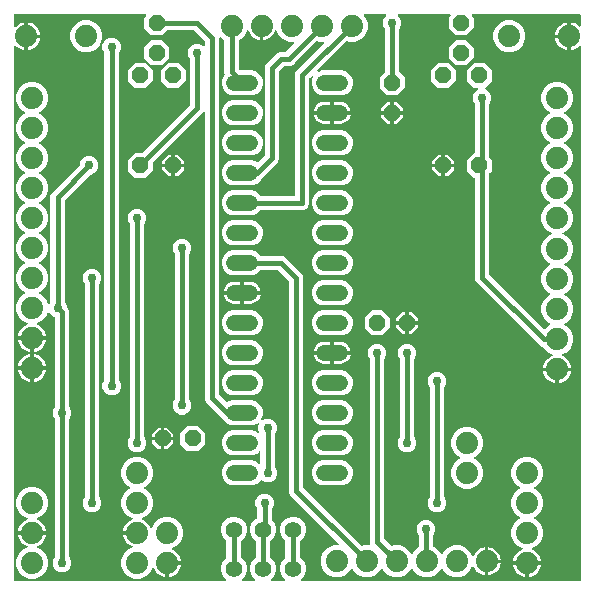
<source format=gbr>
G04 EAGLE Gerber RS-274X export*
G75*
%MOMM*%
%FSLAX34Y34*%
%LPD*%
%INBottom Copper*%
%IPPOS*%
%AMOC8*
5,1,8,0,0,1.08239X$1,22.5*%
G01*
%ADD10P,1.429621X8X202.500000*%
%ADD11P,1.429621X8X22.500000*%
%ADD12P,1.429621X8X292.500000*%
%ADD13P,1.429621X8X112.500000*%
%ADD14C,1.320800*%
%ADD15C,1.879600*%
%ADD16C,1.408000*%
%ADD17C,0.406400*%
%ADD18C,0.756400*%

G36*
X188678Y10172D02*
X188678Y10172D01*
X188749Y10174D01*
X188798Y10192D01*
X188850Y10200D01*
X188913Y10234D01*
X188980Y10259D01*
X189021Y10291D01*
X189067Y10316D01*
X189116Y10368D01*
X189172Y10412D01*
X189201Y10456D01*
X189237Y10494D01*
X189267Y10559D01*
X189305Y10619D01*
X189318Y10670D01*
X189340Y10717D01*
X189348Y10788D01*
X189366Y10858D01*
X189361Y10910D01*
X189367Y10961D01*
X189352Y11032D01*
X189346Y11103D01*
X189326Y11151D01*
X189315Y11202D01*
X189278Y11263D01*
X189250Y11329D01*
X189205Y11385D01*
X189189Y11413D01*
X189171Y11428D01*
X189145Y11460D01*
X186566Y14040D01*
X184875Y18121D01*
X184875Y22539D01*
X186566Y26620D01*
X189660Y29715D01*
X189713Y29789D01*
X189773Y29858D01*
X189785Y29888D01*
X189804Y29915D01*
X189831Y30001D01*
X189865Y30086D01*
X189869Y30127D01*
X189876Y30150D01*
X189875Y30182D01*
X189883Y30253D01*
X189883Y43407D01*
X189869Y43497D01*
X189861Y43588D01*
X189849Y43618D01*
X189844Y43650D01*
X189801Y43730D01*
X189765Y43814D01*
X189739Y43846D01*
X189728Y43867D01*
X189705Y43889D01*
X189660Y43945D01*
X186566Y47040D01*
X184875Y51121D01*
X184875Y55539D01*
X186566Y59620D01*
X189690Y62744D01*
X193771Y64435D01*
X198189Y64435D01*
X202270Y62744D01*
X205394Y59620D01*
X207085Y55539D01*
X207085Y51121D01*
X205394Y47040D01*
X202300Y43945D01*
X202247Y43871D01*
X202187Y43802D01*
X202175Y43772D01*
X202156Y43745D01*
X202129Y43659D01*
X202095Y43574D01*
X202091Y43533D01*
X202084Y43510D01*
X202085Y43478D01*
X202077Y43407D01*
X202077Y30253D01*
X202091Y30163D01*
X202099Y30072D01*
X202111Y30042D01*
X202116Y30010D01*
X202159Y29930D01*
X202195Y29846D01*
X202221Y29814D01*
X202232Y29793D01*
X202255Y29771D01*
X202300Y29715D01*
X205394Y26620D01*
X207085Y22539D01*
X207085Y18121D01*
X205394Y14040D01*
X202815Y11460D01*
X202773Y11402D01*
X202723Y11350D01*
X202702Y11303D01*
X202671Y11261D01*
X202650Y11192D01*
X202620Y11127D01*
X202614Y11075D01*
X202599Y11025D01*
X202601Y10954D01*
X202593Y10883D01*
X202604Y10832D01*
X202605Y10780D01*
X202630Y10712D01*
X202645Y10642D01*
X202672Y10597D01*
X202690Y10549D01*
X202734Y10493D01*
X202771Y10431D01*
X202811Y10397D01*
X202843Y10357D01*
X202904Y10318D01*
X202958Y10271D01*
X203006Y10252D01*
X203050Y10224D01*
X203120Y10206D01*
X203186Y10179D01*
X203258Y10171D01*
X203289Y10163D01*
X203312Y10165D01*
X203353Y10161D01*
X213607Y10161D01*
X213678Y10172D01*
X213749Y10174D01*
X213798Y10192D01*
X213850Y10200D01*
X213913Y10234D01*
X213980Y10259D01*
X214021Y10291D01*
X214067Y10316D01*
X214116Y10368D01*
X214172Y10412D01*
X214201Y10456D01*
X214237Y10494D01*
X214267Y10559D01*
X214305Y10619D01*
X214318Y10670D01*
X214340Y10717D01*
X214348Y10788D01*
X214366Y10858D01*
X214361Y10910D01*
X214367Y10961D01*
X214352Y11032D01*
X214346Y11103D01*
X214326Y11151D01*
X214315Y11202D01*
X214278Y11263D01*
X214250Y11329D01*
X214205Y11385D01*
X214189Y11413D01*
X214171Y11428D01*
X214145Y11460D01*
X211566Y14040D01*
X209875Y18121D01*
X209875Y22539D01*
X211566Y26620D01*
X214660Y29715D01*
X214713Y29789D01*
X214773Y29858D01*
X214785Y29888D01*
X214804Y29914D01*
X214831Y30001D01*
X214865Y30086D01*
X214869Y30127D01*
X214876Y30150D01*
X214875Y30182D01*
X214883Y30253D01*
X214883Y43407D01*
X214869Y43497D01*
X214861Y43588D01*
X214849Y43618D01*
X214844Y43650D01*
X214801Y43730D01*
X214765Y43814D01*
X214739Y43846D01*
X214728Y43867D01*
X214705Y43889D01*
X214660Y43945D01*
X211566Y47040D01*
X209875Y51121D01*
X209875Y55539D01*
X211566Y59620D01*
X214690Y62744D01*
X215683Y63156D01*
X215783Y63217D01*
X215883Y63277D01*
X215887Y63282D01*
X215892Y63285D01*
X215967Y63375D01*
X216043Y63464D01*
X216045Y63470D01*
X216049Y63475D01*
X216091Y63583D01*
X216135Y63692D01*
X216136Y63700D01*
X216137Y63704D01*
X216138Y63723D01*
X216153Y63859D01*
X216153Y70884D01*
X216139Y70975D01*
X216131Y71065D01*
X216119Y71095D01*
X216114Y71127D01*
X216071Y71208D01*
X216035Y71292D01*
X216009Y71324D01*
X215998Y71345D01*
X215975Y71367D01*
X215930Y71423D01*
X215598Y71755D01*
X214403Y74639D01*
X214403Y77761D01*
X215598Y80645D01*
X217805Y82852D01*
X220689Y84047D01*
X223811Y84047D01*
X226695Y82852D01*
X228902Y80645D01*
X230097Y77761D01*
X230097Y74639D01*
X228902Y71755D01*
X228570Y71423D01*
X228517Y71349D01*
X228457Y71279D01*
X228445Y71249D01*
X228426Y71223D01*
X228399Y71136D01*
X228365Y71051D01*
X228361Y71010D01*
X228354Y70988D01*
X228355Y70956D01*
X228347Y70884D01*
X228347Y61983D01*
X228361Y61893D01*
X228369Y61802D01*
X228381Y61772D01*
X228386Y61740D01*
X228429Y61660D01*
X228465Y61576D01*
X228491Y61544D01*
X228502Y61523D01*
X228525Y61501D01*
X228570Y61445D01*
X230394Y59620D01*
X232085Y55539D01*
X232085Y51121D01*
X230394Y47040D01*
X227300Y43945D01*
X227247Y43871D01*
X227187Y43802D01*
X227175Y43772D01*
X227156Y43745D01*
X227129Y43659D01*
X227095Y43574D01*
X227091Y43533D01*
X227084Y43510D01*
X227085Y43478D01*
X227077Y43407D01*
X227077Y30253D01*
X227091Y30163D01*
X227099Y30072D01*
X227111Y30042D01*
X227116Y30010D01*
X227159Y29930D01*
X227195Y29846D01*
X227221Y29814D01*
X227232Y29793D01*
X227255Y29771D01*
X227300Y29715D01*
X230394Y26620D01*
X232085Y22539D01*
X232085Y18121D01*
X230394Y14040D01*
X227815Y11460D01*
X227773Y11402D01*
X227723Y11350D01*
X227702Y11303D01*
X227671Y11261D01*
X227650Y11192D01*
X227620Y11127D01*
X227614Y11075D01*
X227599Y11025D01*
X227601Y10954D01*
X227593Y10883D01*
X227604Y10832D01*
X227605Y10780D01*
X227630Y10712D01*
X227645Y10642D01*
X227672Y10597D01*
X227690Y10549D01*
X227734Y10493D01*
X227771Y10431D01*
X227811Y10397D01*
X227843Y10357D01*
X227904Y10318D01*
X227958Y10271D01*
X228006Y10252D01*
X228050Y10224D01*
X228120Y10206D01*
X228186Y10179D01*
X228258Y10171D01*
X228289Y10163D01*
X228312Y10165D01*
X228353Y10161D01*
X238607Y10161D01*
X238678Y10172D01*
X238749Y10174D01*
X238798Y10192D01*
X238850Y10200D01*
X238913Y10234D01*
X238980Y10259D01*
X239021Y10291D01*
X239067Y10316D01*
X239116Y10368D01*
X239172Y10412D01*
X239201Y10456D01*
X239237Y10494D01*
X239267Y10559D01*
X239305Y10619D01*
X239318Y10670D01*
X239340Y10717D01*
X239348Y10788D01*
X239366Y10858D01*
X239361Y10910D01*
X239367Y10961D01*
X239352Y11032D01*
X239346Y11103D01*
X239326Y11151D01*
X239315Y11202D01*
X239278Y11263D01*
X239250Y11329D01*
X239205Y11385D01*
X239189Y11413D01*
X239171Y11428D01*
X239145Y11460D01*
X236566Y14040D01*
X234875Y18121D01*
X234875Y22539D01*
X236566Y26620D01*
X239660Y29715D01*
X239713Y29789D01*
X239773Y29858D01*
X239785Y29888D01*
X239804Y29915D01*
X239831Y30001D01*
X239865Y30086D01*
X239869Y30127D01*
X239876Y30150D01*
X239875Y30182D01*
X239883Y30253D01*
X239883Y43907D01*
X239869Y43997D01*
X239861Y44088D01*
X239849Y44118D01*
X239844Y44150D01*
X239801Y44230D01*
X239765Y44314D01*
X239739Y44346D01*
X239728Y44367D01*
X239705Y44389D01*
X239660Y44445D01*
X237066Y47040D01*
X235375Y51121D01*
X235375Y55539D01*
X237066Y59620D01*
X240190Y62744D01*
X244271Y64435D01*
X248689Y64435D01*
X252770Y62744D01*
X255894Y59620D01*
X257585Y55539D01*
X257585Y51121D01*
X255894Y47040D01*
X252770Y43916D01*
X252547Y43823D01*
X252447Y43762D01*
X252347Y43702D01*
X252343Y43697D01*
X252338Y43694D01*
X252263Y43604D01*
X252187Y43515D01*
X252185Y43509D01*
X252181Y43504D01*
X252139Y43396D01*
X252095Y43287D01*
X252094Y43279D01*
X252093Y43275D01*
X252092Y43256D01*
X252077Y43120D01*
X252077Y30253D01*
X252091Y30163D01*
X252099Y30072D01*
X252111Y30042D01*
X252116Y30010D01*
X252159Y29930D01*
X252195Y29846D01*
X252221Y29814D01*
X252232Y29793D01*
X252255Y29771D01*
X252300Y29715D01*
X255394Y26620D01*
X257085Y22539D01*
X257085Y18121D01*
X255394Y14040D01*
X252815Y11460D01*
X252773Y11402D01*
X252723Y11350D01*
X252702Y11303D01*
X252671Y11261D01*
X252650Y11192D01*
X252620Y11127D01*
X252614Y11075D01*
X252599Y11025D01*
X252601Y10954D01*
X252593Y10883D01*
X252604Y10832D01*
X252605Y10780D01*
X252630Y10712D01*
X252645Y10642D01*
X252672Y10597D01*
X252690Y10549D01*
X252734Y10493D01*
X252771Y10431D01*
X252811Y10397D01*
X252843Y10357D01*
X252904Y10318D01*
X252958Y10271D01*
X253006Y10252D01*
X253050Y10224D01*
X253120Y10206D01*
X253186Y10179D01*
X253258Y10171D01*
X253289Y10163D01*
X253312Y10165D01*
X253353Y10161D01*
X489078Y10161D01*
X489098Y10164D01*
X489117Y10162D01*
X489219Y10184D01*
X489321Y10200D01*
X489338Y10210D01*
X489358Y10214D01*
X489447Y10267D01*
X489538Y10316D01*
X489552Y10330D01*
X489569Y10340D01*
X489636Y10419D01*
X489708Y10494D01*
X489716Y10512D01*
X489729Y10527D01*
X489768Y10623D01*
X489811Y10717D01*
X489813Y10737D01*
X489821Y10755D01*
X489839Y10922D01*
X489839Y462228D01*
X489828Y462298D01*
X489826Y462370D01*
X489808Y462419D01*
X489800Y462470D01*
X489766Y462534D01*
X489741Y462601D01*
X489709Y462642D01*
X489684Y462688D01*
X489632Y462737D01*
X489588Y462793D01*
X489544Y462821D01*
X489506Y462857D01*
X489441Y462887D01*
X489381Y462926D01*
X489330Y462939D01*
X489283Y462961D01*
X489212Y462969D01*
X489142Y462986D01*
X489090Y462982D01*
X489039Y462988D01*
X488968Y462973D01*
X488897Y462967D01*
X488849Y462947D01*
X488798Y462936D01*
X488737Y462899D01*
X488671Y462871D01*
X488615Y462826D01*
X488587Y462809D01*
X488572Y462792D01*
X488540Y462766D01*
X487838Y462064D01*
X486317Y460959D01*
X484643Y460106D01*
X482856Y459525D01*
X481583Y459324D01*
X481583Y470408D01*
X481580Y470428D01*
X481582Y470447D01*
X481560Y470549D01*
X481543Y470651D01*
X481534Y470668D01*
X481530Y470688D01*
X481477Y470777D01*
X481428Y470868D01*
X481414Y470882D01*
X481404Y470899D01*
X481325Y470966D01*
X481250Y471037D01*
X481232Y471046D01*
X481217Y471059D01*
X481121Y471097D01*
X481027Y471141D01*
X481007Y471143D01*
X480989Y471151D01*
X480822Y471169D01*
X480059Y471169D01*
X480059Y471171D01*
X480822Y471171D01*
X480842Y471174D01*
X480861Y471172D01*
X480963Y471194D01*
X481065Y471211D01*
X481082Y471220D01*
X481102Y471224D01*
X481191Y471277D01*
X481282Y471326D01*
X481296Y471340D01*
X481313Y471350D01*
X481380Y471429D01*
X481451Y471504D01*
X481460Y471522D01*
X481473Y471537D01*
X481512Y471633D01*
X481555Y471727D01*
X481557Y471747D01*
X481565Y471765D01*
X481583Y471932D01*
X481583Y483016D01*
X482856Y482815D01*
X484643Y482234D01*
X486317Y481381D01*
X487838Y480276D01*
X488540Y479574D01*
X488598Y479532D01*
X488650Y479483D01*
X488697Y479461D01*
X488739Y479431D01*
X488808Y479410D01*
X488873Y479379D01*
X488925Y479374D01*
X488975Y479358D01*
X489046Y479360D01*
X489117Y479352D01*
X489168Y479363D01*
X489220Y479365D01*
X489288Y479389D01*
X489358Y479404D01*
X489403Y479431D01*
X489451Y479449D01*
X489507Y479494D01*
X489569Y479531D01*
X489603Y479570D01*
X489643Y479603D01*
X489682Y479663D01*
X489729Y479718D01*
X489748Y479766D01*
X489776Y479810D01*
X489794Y479879D01*
X489821Y479946D01*
X489829Y480017D01*
X489837Y480048D01*
X489835Y480072D01*
X489839Y480112D01*
X489839Y489078D01*
X489836Y489098D01*
X489838Y489117D01*
X489816Y489219D01*
X489800Y489321D01*
X489790Y489338D01*
X489786Y489358D01*
X489733Y489447D01*
X489684Y489538D01*
X489670Y489552D01*
X489660Y489569D01*
X489581Y489636D01*
X489506Y489708D01*
X489488Y489716D01*
X489473Y489729D01*
X489377Y489768D01*
X489283Y489811D01*
X489263Y489813D01*
X489245Y489821D01*
X489078Y489839D01*
X398306Y489839D01*
X398236Y489828D01*
X398164Y489826D01*
X398115Y489808D01*
X398064Y489800D01*
X398000Y489766D01*
X397933Y489741D01*
X397892Y489709D01*
X397846Y489684D01*
X397797Y489632D01*
X397741Y489588D01*
X397713Y489544D01*
X397677Y489506D01*
X397647Y489441D01*
X397608Y489381D01*
X397595Y489330D01*
X397573Y489283D01*
X397565Y489212D01*
X397548Y489142D01*
X397552Y489090D01*
X397546Y489039D01*
X397561Y488968D01*
X397567Y488897D01*
X397587Y488849D01*
X397598Y488798D01*
X397635Y488737D01*
X397663Y488671D01*
X397708Y488615D01*
X397725Y488587D01*
X397742Y488572D01*
X397768Y488540D01*
X399289Y487019D01*
X399289Y478181D01*
X393039Y471931D01*
X384201Y471931D01*
X377951Y478181D01*
X377951Y487019D01*
X379472Y488540D01*
X379514Y488598D01*
X379563Y488650D01*
X379585Y488697D01*
X379615Y488739D01*
X379637Y488808D01*
X379667Y488873D01*
X379672Y488925D01*
X379688Y488975D01*
X379686Y489046D01*
X379694Y489117D01*
X379683Y489168D01*
X379681Y489220D01*
X379657Y489288D01*
X379642Y489358D01*
X379615Y489403D01*
X379597Y489451D01*
X379552Y489507D01*
X379515Y489569D01*
X379476Y489603D01*
X379443Y489643D01*
X379383Y489682D01*
X379328Y489729D01*
X379280Y489748D01*
X379236Y489776D01*
X379167Y489794D01*
X379100Y489821D01*
X379029Y489829D01*
X378998Y489837D01*
X378975Y489835D01*
X378934Y489839D01*
X335895Y489839D01*
X335825Y489828D01*
X335753Y489826D01*
X335704Y489808D01*
X335653Y489800D01*
X335589Y489766D01*
X335522Y489741D01*
X335481Y489709D01*
X335435Y489684D01*
X335386Y489632D01*
X335330Y489588D01*
X335302Y489544D01*
X335266Y489506D01*
X335236Y489441D01*
X335197Y489381D01*
X335184Y489330D01*
X335162Y489283D01*
X335154Y489212D01*
X335137Y489142D01*
X335141Y489090D01*
X335135Y489039D01*
X335151Y488968D01*
X335156Y488897D01*
X335176Y488849D01*
X335188Y488798D01*
X335224Y488737D01*
X335252Y488671D01*
X335297Y488615D01*
X335314Y488587D01*
X335331Y488572D01*
X335357Y488540D01*
X336852Y487045D01*
X338047Y484161D01*
X338047Y481039D01*
X336852Y478155D01*
X336520Y477823D01*
X336467Y477749D01*
X336407Y477679D01*
X336395Y477649D01*
X336376Y477623D01*
X336349Y477536D01*
X336315Y477451D01*
X336311Y477410D01*
X336304Y477388D01*
X336305Y477356D01*
X336297Y477284D01*
X336297Y441106D01*
X336311Y441016D01*
X336319Y440925D01*
X336331Y440896D01*
X336336Y440864D01*
X336379Y440783D01*
X336415Y440699D01*
X336441Y440667D01*
X336452Y440646D01*
X336475Y440624D01*
X336520Y440568D01*
X340869Y436219D01*
X340869Y427381D01*
X334619Y421131D01*
X325781Y421131D01*
X319531Y427381D01*
X319531Y436219D01*
X323880Y440568D01*
X323933Y440642D01*
X323993Y440712D01*
X324005Y440742D01*
X324024Y440768D01*
X324051Y440855D01*
X324085Y440940D01*
X324089Y440981D01*
X324096Y441003D01*
X324095Y441035D01*
X324103Y441106D01*
X324103Y477284D01*
X324089Y477375D01*
X324081Y477465D01*
X324069Y477495D01*
X324064Y477527D01*
X324021Y477608D01*
X323985Y477692D01*
X323959Y477724D01*
X323948Y477745D01*
X323925Y477767D01*
X323880Y477823D01*
X323548Y478155D01*
X322353Y481039D01*
X322353Y484161D01*
X323548Y487045D01*
X325043Y488540D01*
X325085Y488598D01*
X325134Y488650D01*
X325156Y488697D01*
X325186Y488739D01*
X325207Y488808D01*
X325238Y488873D01*
X325243Y488925D01*
X325259Y488975D01*
X325257Y489046D01*
X325265Y489117D01*
X325254Y489168D01*
X325252Y489220D01*
X325228Y489288D01*
X325212Y489358D01*
X325186Y489403D01*
X325168Y489451D01*
X325123Y489507D01*
X325086Y489569D01*
X325047Y489603D01*
X325014Y489643D01*
X324954Y489682D01*
X324899Y489729D01*
X324851Y489748D01*
X324807Y489776D01*
X324738Y489794D01*
X324671Y489821D01*
X324600Y489829D01*
X324569Y489837D01*
X324545Y489835D01*
X324505Y489839D01*
X307008Y489839D01*
X306937Y489828D01*
X306865Y489826D01*
X306816Y489808D01*
X306765Y489800D01*
X306702Y489766D01*
X306634Y489741D01*
X306594Y489709D01*
X306548Y489684D01*
X306498Y489632D01*
X306442Y489588D01*
X306414Y489544D01*
X306378Y489506D01*
X306348Y489441D01*
X306309Y489381D01*
X306297Y489330D01*
X306275Y489283D01*
X306267Y489212D01*
X306249Y489142D01*
X306253Y489090D01*
X306247Y489039D01*
X306263Y488968D01*
X306268Y488897D01*
X306289Y488849D01*
X306300Y488798D01*
X306337Y488737D01*
X306365Y488671D01*
X306409Y488615D01*
X306426Y488587D01*
X306444Y488572D01*
X306469Y488540D01*
X307323Y487686D01*
X309373Y482738D01*
X309373Y477382D01*
X307323Y472434D01*
X303536Y468647D01*
X298588Y466597D01*
X293232Y466597D01*
X292173Y467036D01*
X292060Y467063D01*
X291946Y467091D01*
X291939Y467091D01*
X291933Y467092D01*
X291817Y467081D01*
X291700Y467072D01*
X291695Y467070D01*
X291688Y467069D01*
X291580Y467021D01*
X291474Y466976D01*
X291468Y466971D01*
X291464Y466969D01*
X291450Y466956D01*
X291343Y466871D01*
X267007Y442535D01*
X266950Y442456D01*
X266888Y442381D01*
X266879Y442357D01*
X266864Y442335D01*
X266835Y442242D01*
X266800Y442152D01*
X266799Y442125D01*
X266791Y442100D01*
X266794Y442003D01*
X266790Y441906D01*
X266797Y441881D01*
X266798Y441854D01*
X266831Y441763D01*
X266858Y441670D01*
X266873Y441648D01*
X266882Y441623D01*
X266943Y441547D01*
X266999Y441467D01*
X267020Y441452D01*
X267036Y441431D01*
X267118Y441379D01*
X267196Y441321D01*
X267221Y441313D01*
X267243Y441298D01*
X267337Y441275D01*
X267430Y441245D01*
X267456Y441245D01*
X267481Y441238D01*
X267578Y441246D01*
X267676Y441247D01*
X267707Y441256D01*
X267727Y441258D01*
X267757Y441270D01*
X267837Y441294D01*
X270674Y442469D01*
X288126Y442469D01*
X292047Y440845D01*
X295049Y437843D01*
X296673Y433922D01*
X296673Y429678D01*
X295049Y425757D01*
X292047Y422755D01*
X288126Y421131D01*
X270674Y421131D01*
X266753Y422755D01*
X263751Y425757D01*
X262127Y429678D01*
X262127Y433922D01*
X263302Y436759D01*
X263325Y436854D01*
X263353Y436947D01*
X263353Y436973D01*
X263359Y436999D01*
X263349Y437095D01*
X263347Y437193D01*
X263338Y437217D01*
X263335Y437243D01*
X263296Y437332D01*
X263262Y437424D01*
X263246Y437444D01*
X263235Y437468D01*
X263170Y437540D01*
X263109Y437616D01*
X263087Y437630D01*
X263069Y437649D01*
X262984Y437696D01*
X262902Y437749D01*
X262876Y437755D01*
X262854Y437768D01*
X262758Y437785D01*
X262663Y437809D01*
X262637Y437807D01*
X262611Y437812D01*
X262515Y437797D01*
X262418Y437790D01*
X262394Y437780D01*
X262368Y437776D01*
X262281Y437732D01*
X262192Y437694D01*
X262166Y437673D01*
X262149Y437664D01*
X262126Y437641D01*
X262061Y437589D01*
X260320Y435848D01*
X260267Y435774D01*
X260207Y435704D01*
X260195Y435674D01*
X260176Y435648D01*
X260149Y435561D01*
X260115Y435476D01*
X260111Y435435D01*
X260104Y435413D01*
X260105Y435381D01*
X260097Y435309D01*
X260097Y328987D01*
X259169Y326746D01*
X257454Y325031D01*
X255213Y324103D01*
X219110Y324103D01*
X219020Y324089D01*
X218929Y324081D01*
X218900Y324069D01*
X218868Y324064D01*
X218787Y324021D01*
X218703Y323985D01*
X218671Y323959D01*
X218650Y323948D01*
X218628Y323925D01*
X218572Y323880D01*
X215847Y321155D01*
X211926Y319531D01*
X194474Y319531D01*
X190553Y321155D01*
X187551Y324157D01*
X185927Y328078D01*
X185927Y332322D01*
X187551Y336243D01*
X190553Y339245D01*
X194474Y340869D01*
X211926Y340869D01*
X215847Y339245D01*
X218572Y336520D01*
X218646Y336467D01*
X218716Y336407D01*
X218746Y336395D01*
X218772Y336376D01*
X218859Y336349D01*
X218944Y336315D01*
X218985Y336311D01*
X219007Y336304D01*
X219039Y336305D01*
X219110Y336297D01*
X247142Y336297D01*
X247162Y336300D01*
X247181Y336298D01*
X247283Y336320D01*
X247385Y336336D01*
X247402Y336346D01*
X247422Y336350D01*
X247511Y336403D01*
X247602Y336452D01*
X247616Y336466D01*
X247633Y336476D01*
X247700Y336555D01*
X247772Y336630D01*
X247780Y336648D01*
X247793Y336663D01*
X247832Y336759D01*
X247875Y336853D01*
X247877Y336873D01*
X247885Y336891D01*
X247903Y337058D01*
X247903Y439363D01*
X248831Y441604D01*
X250654Y443426D01*
X272526Y465298D01*
X272567Y465356D01*
X272617Y465408D01*
X272639Y465455D01*
X272669Y465497D01*
X272690Y465566D01*
X272721Y465631D01*
X272726Y465683D01*
X272742Y465733D01*
X272740Y465804D01*
X272748Y465875D01*
X272737Y465926D01*
X272735Y465978D01*
X272711Y466046D01*
X272695Y466116D01*
X272669Y466161D01*
X272651Y466209D01*
X272606Y466265D01*
X272569Y466327D01*
X272530Y466361D01*
X272497Y466401D01*
X272437Y466440D01*
X272382Y466487D01*
X272334Y466506D01*
X272290Y466534D01*
X272221Y466552D01*
X272154Y466579D01*
X272083Y466587D01*
X272052Y466595D01*
X272028Y466593D01*
X271987Y466597D01*
X267832Y466597D01*
X266773Y467036D01*
X266660Y467063D01*
X266546Y467091D01*
X266539Y467091D01*
X266533Y467092D01*
X266417Y467081D01*
X266300Y467072D01*
X266295Y467070D01*
X266288Y467069D01*
X266180Y467021D01*
X266074Y466976D01*
X266068Y466971D01*
X266064Y466969D01*
X266050Y466956D01*
X265943Y466871D01*
X247846Y448774D01*
X247846Y448773D01*
X246024Y446951D01*
X243783Y446023D01*
X239061Y446023D01*
X238971Y446009D01*
X238880Y446001D01*
X238850Y445989D01*
X238818Y445984D01*
X238737Y445941D01*
X238653Y445905D01*
X238621Y445879D01*
X238601Y445868D01*
X238578Y445845D01*
X238522Y445800D01*
X234920Y442198D01*
X234867Y442124D01*
X234807Y442054D01*
X234795Y442024D01*
X234776Y441998D01*
X234749Y441911D01*
X234715Y441826D01*
X234711Y441785D01*
X234704Y441763D01*
X234705Y441731D01*
X234697Y441659D01*
X234697Y367087D01*
X233769Y364846D01*
X219289Y350367D01*
X219264Y350351D01*
X219205Y350281D01*
X219142Y350216D01*
X219122Y350180D01*
X219107Y350162D01*
X219095Y350132D01*
X219061Y350069D01*
X218849Y349557D01*
X215847Y346555D01*
X211926Y344931D01*
X194474Y344931D01*
X190553Y346555D01*
X187551Y349557D01*
X185927Y353478D01*
X185927Y357722D01*
X187551Y361643D01*
X190553Y364645D01*
X194474Y366269D01*
X211926Y366269D01*
X215713Y364700D01*
X215827Y364673D01*
X215940Y364645D01*
X215947Y364645D01*
X215953Y364644D01*
X216069Y364655D01*
X216186Y364664D01*
X216191Y364666D01*
X216198Y364667D01*
X216305Y364715D01*
X216412Y364760D01*
X216418Y364765D01*
X216422Y364767D01*
X216436Y364780D01*
X216543Y364865D01*
X222280Y370602D01*
X222333Y370676D01*
X222393Y370746D01*
X222405Y370776D01*
X222424Y370802D01*
X222451Y370889D01*
X222485Y370974D01*
X222489Y371015D01*
X222496Y371037D01*
X222495Y371069D01*
X222503Y371141D01*
X222503Y445713D01*
X223431Y447954D01*
X232766Y457289D01*
X235007Y458217D01*
X239729Y458217D01*
X239819Y458231D01*
X239910Y458239D01*
X239940Y458251D01*
X239972Y458256D01*
X240053Y458299D01*
X240137Y458335D01*
X240169Y458361D01*
X240189Y458372D01*
X240212Y458395D01*
X240268Y458440D01*
X247126Y465298D01*
X247167Y465356D01*
X247217Y465408D01*
X247239Y465455D01*
X247269Y465497D01*
X247290Y465566D01*
X247321Y465631D01*
X247326Y465683D01*
X247342Y465733D01*
X247340Y465804D01*
X247348Y465875D01*
X247337Y465926D01*
X247335Y465978D01*
X247311Y466046D01*
X247295Y466116D01*
X247269Y466160D01*
X247251Y466209D01*
X247206Y466265D01*
X247169Y466327D01*
X247130Y466361D01*
X247097Y466401D01*
X247037Y466440D01*
X246982Y466487D01*
X246934Y466506D01*
X246890Y466534D01*
X246821Y466552D01*
X246754Y466579D01*
X246683Y466587D01*
X246652Y466595D01*
X246628Y466593D01*
X246587Y466597D01*
X242432Y466597D01*
X237484Y468647D01*
X233697Y472434D01*
X232294Y475820D01*
X232241Y475906D01*
X232193Y475995D01*
X232176Y476010D01*
X232165Y476029D01*
X232087Y476093D01*
X232013Y476162D01*
X231992Y476171D01*
X231975Y476186D01*
X231881Y476222D01*
X231788Y476264D01*
X231766Y476266D01*
X231746Y476274D01*
X231645Y476278D01*
X231544Y476288D01*
X231522Y476283D01*
X231500Y476284D01*
X231403Y476256D01*
X231304Y476233D01*
X231285Y476222D01*
X231264Y476216D01*
X231181Y476158D01*
X231094Y476105D01*
X231080Y476088D01*
X231062Y476075D01*
X231001Y475994D01*
X230936Y475916D01*
X230925Y475892D01*
X230915Y475878D01*
X230905Y475847D01*
X230867Y475764D01*
X230774Y475477D01*
X229921Y473803D01*
X228816Y472282D01*
X227488Y470954D01*
X225967Y469849D01*
X224293Y468996D01*
X222506Y468415D01*
X221233Y468214D01*
X221233Y479298D01*
X221230Y479318D01*
X221232Y479337D01*
X221210Y479439D01*
X221193Y479541D01*
X221184Y479558D01*
X221180Y479578D01*
X221127Y479667D01*
X221078Y479758D01*
X221064Y479772D01*
X221054Y479789D01*
X220975Y479856D01*
X220900Y479927D01*
X220882Y479936D01*
X220867Y479949D01*
X220771Y479987D01*
X220677Y480031D01*
X220657Y480033D01*
X220639Y480041D01*
X220472Y480059D01*
X218948Y480059D01*
X218928Y480056D01*
X218909Y480058D01*
X218807Y480036D01*
X218705Y480019D01*
X218688Y480010D01*
X218668Y480006D01*
X218579Y479953D01*
X218488Y479904D01*
X218474Y479890D01*
X218457Y479880D01*
X218390Y479801D01*
X218319Y479726D01*
X218310Y479708D01*
X218297Y479693D01*
X218258Y479597D01*
X218215Y479503D01*
X218213Y479483D01*
X218205Y479465D01*
X218187Y479298D01*
X218187Y468214D01*
X216914Y468415D01*
X215127Y468996D01*
X213453Y469849D01*
X211932Y470954D01*
X210604Y472282D01*
X209499Y473803D01*
X208646Y475477D01*
X208553Y475764D01*
X208506Y475854D01*
X208465Y475946D01*
X208450Y475962D01*
X208440Y475982D01*
X208367Y476053D01*
X208299Y476127D01*
X208279Y476138D01*
X208263Y476153D01*
X208172Y476197D01*
X208083Y476246D01*
X208061Y476250D01*
X208041Y476259D01*
X207941Y476272D01*
X207841Y476290D01*
X207819Y476286D01*
X207797Y476289D01*
X207698Y476269D01*
X207598Y476254D01*
X207578Y476244D01*
X207556Y476239D01*
X207469Y476188D01*
X207379Y476142D01*
X207363Y476126D01*
X207344Y476115D01*
X207277Y476039D01*
X207206Y475967D01*
X207193Y475943D01*
X207182Y475930D01*
X207170Y475900D01*
X207126Y475820D01*
X205723Y472434D01*
X201936Y468647D01*
X200877Y468208D01*
X200777Y468147D01*
X200677Y468087D01*
X200673Y468082D01*
X200668Y468078D01*
X200593Y467989D01*
X200517Y467900D01*
X200515Y467894D01*
X200511Y467889D01*
X200469Y467781D01*
X200425Y467671D01*
X200424Y467664D01*
X200423Y467659D01*
X200422Y467641D01*
X200407Y467505D01*
X200407Y443531D01*
X200421Y443441D01*
X200429Y443350D01*
X200441Y443320D01*
X200446Y443288D01*
X200489Y443207D01*
X200525Y443123D01*
X200551Y443091D01*
X200562Y443071D01*
X200585Y443048D01*
X200630Y442992D01*
X200930Y442692D01*
X201004Y442639D01*
X201074Y442579D01*
X201104Y442567D01*
X201130Y442548D01*
X201217Y442521D01*
X201302Y442487D01*
X201343Y442483D01*
X201365Y442476D01*
X201397Y442477D01*
X201469Y442469D01*
X211926Y442469D01*
X215847Y440845D01*
X218849Y437843D01*
X220473Y433922D01*
X220473Y429678D01*
X218849Y425757D01*
X215847Y422755D01*
X211926Y421131D01*
X194474Y421131D01*
X190553Y422755D01*
X187551Y425757D01*
X185927Y429678D01*
X185927Y433922D01*
X187551Y437843D01*
X188138Y438430D01*
X188207Y438525D01*
X188276Y438619D01*
X188278Y438625D01*
X188282Y438630D01*
X188316Y438741D01*
X188352Y438853D01*
X188352Y438859D01*
X188354Y438865D01*
X188351Y438982D01*
X188350Y439099D01*
X188348Y439106D01*
X188348Y439111D01*
X188341Y439128D01*
X188303Y439260D01*
X188213Y439477D01*
X188213Y467505D01*
X188194Y467620D01*
X188177Y467736D01*
X188175Y467741D01*
X188174Y467747D01*
X188119Y467850D01*
X188066Y467955D01*
X188061Y467959D01*
X188058Y467965D01*
X187974Y468045D01*
X187890Y468127D01*
X187884Y468131D01*
X187880Y468134D01*
X187863Y468142D01*
X187743Y468208D01*
X186684Y468647D01*
X185196Y470135D01*
X185138Y470176D01*
X185086Y470226D01*
X185039Y470248D01*
X184997Y470278D01*
X184928Y470299D01*
X184863Y470329D01*
X184811Y470335D01*
X184761Y470350D01*
X184690Y470349D01*
X184619Y470357D01*
X184568Y470345D01*
X184516Y470344D01*
X184448Y470319D01*
X184378Y470304D01*
X184333Y470278D01*
X184285Y470260D01*
X184229Y470215D01*
X184167Y470178D01*
X184133Y470139D01*
X184093Y470106D01*
X184054Y470046D01*
X184007Y469991D01*
X183988Y469943D01*
X183960Y469899D01*
X183942Y469830D01*
X183915Y469763D01*
X183907Y469692D01*
X183899Y469661D01*
X183901Y469637D01*
X183897Y469596D01*
X183897Y167941D01*
X183911Y167851D01*
X183919Y167760D01*
X183931Y167730D01*
X183936Y167698D01*
X183979Y167617D01*
X184015Y167533D01*
X184041Y167501D01*
X184052Y167481D01*
X184075Y167458D01*
X184120Y167402D01*
X189857Y161665D01*
X189951Y161597D01*
X190046Y161527D01*
X190052Y161525D01*
X190057Y161522D01*
X190168Y161487D01*
X190280Y161451D01*
X190286Y161451D01*
X190292Y161449D01*
X190409Y161452D01*
X190526Y161453D01*
X190533Y161455D01*
X190538Y161456D01*
X190555Y161462D01*
X190687Y161500D01*
X194474Y163069D01*
X211926Y163069D01*
X215847Y161445D01*
X218849Y158443D01*
X220473Y154522D01*
X220473Y150278D01*
X219240Y147301D01*
X219223Y147231D01*
X219198Y147164D01*
X219195Y147112D01*
X219183Y147061D01*
X219190Y146990D01*
X219187Y146918D01*
X219202Y146868D01*
X219207Y146816D01*
X219236Y146751D01*
X219256Y146682D01*
X219285Y146639D01*
X219307Y146592D01*
X219355Y146539D01*
X219396Y146480D01*
X219438Y146449D01*
X219473Y146411D01*
X219536Y146376D01*
X219593Y146333D01*
X219643Y146317D01*
X219688Y146292D01*
X219759Y146279D01*
X219827Y146257D01*
X219879Y146258D01*
X219930Y146248D01*
X220001Y146259D01*
X220073Y146259D01*
X220142Y146279D01*
X220174Y146284D01*
X220195Y146295D01*
X220234Y146306D01*
X223229Y147547D01*
X226351Y147547D01*
X229235Y146352D01*
X231442Y144145D01*
X232637Y141261D01*
X232637Y138139D01*
X231442Y135255D01*
X231110Y134923D01*
X231057Y134849D01*
X230997Y134779D01*
X230985Y134749D01*
X230966Y134723D01*
X230939Y134636D01*
X230905Y134551D01*
X230901Y134510D01*
X230894Y134488D01*
X230895Y134456D01*
X230887Y134384D01*
X230887Y106916D01*
X230901Y106825D01*
X230909Y106734D01*
X230921Y106705D01*
X230926Y106673D01*
X230969Y106592D01*
X231005Y106508D01*
X231031Y106476D01*
X231042Y106455D01*
X231065Y106433D01*
X231110Y106377D01*
X231442Y106045D01*
X232637Y103161D01*
X232637Y100039D01*
X231442Y97155D01*
X229235Y94948D01*
X226351Y93753D01*
X223229Y93753D01*
X220345Y94948D01*
X219831Y95462D01*
X219815Y95474D01*
X219802Y95489D01*
X219715Y95545D01*
X219631Y95606D01*
X219612Y95612D01*
X219595Y95622D01*
X219495Y95648D01*
X219396Y95678D01*
X219376Y95678D01*
X219357Y95683D01*
X219254Y95675D01*
X219150Y95672D01*
X219131Y95665D01*
X219111Y95663D01*
X219017Y95623D01*
X218919Y95587D01*
X218903Y95575D01*
X218885Y95567D01*
X218754Y95462D01*
X215847Y92555D01*
X211926Y90931D01*
X194474Y90931D01*
X190553Y92555D01*
X187551Y95557D01*
X185927Y99478D01*
X185927Y103722D01*
X187551Y107643D01*
X190553Y110645D01*
X194474Y112269D01*
X211926Y112269D01*
X215847Y110645D01*
X217394Y109098D01*
X217452Y109056D01*
X217504Y109007D01*
X217551Y108985D01*
X217593Y108955D01*
X217662Y108934D01*
X217727Y108903D01*
X217779Y108898D01*
X217829Y108882D01*
X217900Y108884D01*
X217971Y108876D01*
X218022Y108887D01*
X218074Y108889D01*
X218142Y108913D01*
X218212Y108928D01*
X218257Y108955D01*
X218305Y108973D01*
X218361Y109018D01*
X218423Y109055D01*
X218457Y109094D01*
X218497Y109127D01*
X218536Y109187D01*
X218583Y109242D01*
X218602Y109290D01*
X218630Y109334D01*
X218648Y109403D01*
X218675Y109470D01*
X218683Y109541D01*
X218691Y109572D01*
X218689Y109595D01*
X218693Y109636D01*
X218693Y118964D01*
X218682Y119034D01*
X218680Y119106D01*
X218662Y119155D01*
X218654Y119206D01*
X218620Y119270D01*
X218595Y119337D01*
X218563Y119378D01*
X218538Y119424D01*
X218486Y119473D01*
X218442Y119529D01*
X218398Y119557D01*
X218360Y119593D01*
X218295Y119623D01*
X218235Y119662D01*
X218184Y119675D01*
X218137Y119697D01*
X218066Y119705D01*
X217996Y119722D01*
X217944Y119718D01*
X217893Y119724D01*
X217822Y119709D01*
X217751Y119703D01*
X217703Y119683D01*
X217652Y119672D01*
X217591Y119635D01*
X217525Y119607D01*
X217469Y119562D01*
X217441Y119545D01*
X217426Y119528D01*
X217394Y119502D01*
X215847Y117955D01*
X211926Y116331D01*
X194474Y116331D01*
X190553Y117955D01*
X187551Y120957D01*
X185927Y124878D01*
X185927Y129122D01*
X187551Y133043D01*
X190553Y136045D01*
X194474Y137669D01*
X211926Y137669D01*
X215847Y136045D01*
X216493Y135399D01*
X216572Y135342D01*
X216647Y135280D01*
X216672Y135270D01*
X216693Y135255D01*
X216786Y135227D01*
X216877Y135192D01*
X216903Y135190D01*
X216928Y135183D01*
X217025Y135185D01*
X217123Y135181D01*
X217148Y135188D01*
X217174Y135189D01*
X217265Y135223D01*
X217359Y135250D01*
X217380Y135265D01*
X217405Y135274D01*
X217481Y135335D01*
X217561Y135390D01*
X217577Y135411D01*
X217597Y135427D01*
X217650Y135509D01*
X217708Y135587D01*
X217716Y135612D01*
X217730Y135634D01*
X217754Y135729D01*
X217784Y135821D01*
X217784Y135847D01*
X217790Y135873D01*
X217782Y135970D01*
X217782Y136067D01*
X217772Y136099D01*
X217771Y136118D01*
X217758Y136148D01*
X217735Y136228D01*
X216943Y138139D01*
X216943Y141261D01*
X217735Y143172D01*
X217757Y143267D01*
X217786Y143360D01*
X217785Y143386D01*
X217791Y143411D01*
X217782Y143508D01*
X217779Y143605D01*
X217770Y143630D01*
X217768Y143656D01*
X217728Y143745D01*
X217695Y143836D01*
X217678Y143857D01*
X217668Y143881D01*
X217602Y143952D01*
X217541Y144029D01*
X217519Y144043D01*
X217501Y144062D01*
X217416Y144109D01*
X217334Y144162D01*
X217309Y144168D01*
X217286Y144181D01*
X217190Y144198D01*
X217096Y144222D01*
X217070Y144220D01*
X217044Y144224D01*
X216947Y144210D01*
X216851Y144202D01*
X216827Y144192D01*
X216801Y144188D01*
X216714Y144144D01*
X216624Y144106D01*
X216599Y144086D01*
X216581Y144077D01*
X216558Y144053D01*
X216493Y144001D01*
X215847Y143355D01*
X211926Y141731D01*
X194474Y141731D01*
X190553Y143355D01*
X187551Y146357D01*
X187339Y146869D01*
X187291Y146946D01*
X187250Y147028D01*
X187227Y147050D01*
X187210Y147078D01*
X187154Y147124D01*
X172631Y161646D01*
X171703Y163887D01*
X171703Y406393D01*
X171688Y406489D01*
X171678Y406586D01*
X171668Y406610D01*
X171664Y406636D01*
X171618Y406722D01*
X171578Y406811D01*
X171561Y406830D01*
X171548Y406853D01*
X171478Y406920D01*
X171412Y406992D01*
X171389Y407005D01*
X171370Y407023D01*
X171282Y407064D01*
X171196Y407111D01*
X171171Y407115D01*
X171147Y407126D01*
X171050Y407137D01*
X170954Y407154D01*
X170928Y407150D01*
X170903Y407153D01*
X170807Y407133D01*
X170711Y407118D01*
X170688Y407107D01*
X170662Y407101D01*
X170578Y407051D01*
X170492Y407007D01*
X170473Y406988D01*
X170451Y406975D01*
X170388Y406901D01*
X170319Y406831D01*
X170304Y406803D01*
X170291Y406788D01*
X170285Y406773D01*
X127732Y364220D01*
X127679Y364146D01*
X127619Y364076D01*
X127607Y364046D01*
X127588Y364020D01*
X127561Y363933D01*
X127527Y363848D01*
X127523Y363807D01*
X127516Y363785D01*
X127517Y363753D01*
X127509Y363681D01*
X127509Y357531D01*
X121259Y351281D01*
X112421Y351281D01*
X106171Y357531D01*
X106171Y366369D01*
X112421Y372619D01*
X118571Y372619D01*
X118661Y372633D01*
X118752Y372641D01*
X118782Y372653D01*
X118814Y372658D01*
X118895Y372701D01*
X118979Y372737D01*
X119011Y372763D01*
X119031Y372774D01*
X119054Y372797D01*
X119110Y372842D01*
X158780Y412512D01*
X158833Y412586D01*
X158893Y412656D01*
X158905Y412686D01*
X158924Y412712D01*
X158951Y412799D01*
X158985Y412884D01*
X158989Y412925D01*
X158996Y412947D01*
X158995Y412979D01*
X159003Y413051D01*
X159003Y451884D01*
X158989Y451975D01*
X158981Y452065D01*
X158969Y452095D01*
X158964Y452127D01*
X158921Y452208D01*
X158885Y452292D01*
X158859Y452324D01*
X158848Y452345D01*
X158825Y452367D01*
X158780Y452423D01*
X158448Y452755D01*
X157253Y455639D01*
X157253Y458761D01*
X158448Y461645D01*
X160655Y463852D01*
X163539Y465047D01*
X166661Y465047D01*
X169545Y463852D01*
X170404Y462993D01*
X170462Y462951D01*
X170514Y462902D01*
X170561Y462880D01*
X170603Y462850D01*
X170672Y462829D01*
X170737Y462798D01*
X170789Y462793D01*
X170839Y462777D01*
X170910Y462779D01*
X170981Y462771D01*
X171032Y462782D01*
X171084Y462784D01*
X171152Y462808D01*
X171222Y462824D01*
X171267Y462850D01*
X171315Y462868D01*
X171371Y462913D01*
X171433Y462950D01*
X171467Y462989D01*
X171507Y463022D01*
X171546Y463082D01*
X171593Y463137D01*
X171612Y463185D01*
X171640Y463229D01*
X171658Y463298D01*
X171685Y463365D01*
X171693Y463436D01*
X171701Y463467D01*
X171699Y463491D01*
X171703Y463531D01*
X171703Y467059D01*
X171689Y467149D01*
X171681Y467240D01*
X171669Y467270D01*
X171664Y467302D01*
X171621Y467383D01*
X171585Y467467D01*
X171559Y467499D01*
X171548Y467519D01*
X171525Y467542D01*
X171480Y467598D01*
X162798Y476280D01*
X162724Y476333D01*
X162654Y476393D01*
X162624Y476405D01*
X162598Y476424D01*
X162511Y476451D01*
X162426Y476485D01*
X162385Y476489D01*
X162363Y476496D01*
X162331Y476495D01*
X162259Y476503D01*
X140116Y476503D01*
X140026Y476489D01*
X139935Y476481D01*
X139906Y476469D01*
X139874Y476464D01*
X139793Y476421D01*
X139709Y476385D01*
X139677Y476359D01*
X139656Y476348D01*
X139634Y476325D01*
X139578Y476280D01*
X135229Y471931D01*
X126391Y471931D01*
X120141Y478181D01*
X120141Y487019D01*
X121662Y488540D01*
X121704Y488598D01*
X121753Y488650D01*
X121775Y488697D01*
X121805Y488739D01*
X121827Y488808D01*
X121857Y488873D01*
X121862Y488925D01*
X121878Y488975D01*
X121876Y489046D01*
X121884Y489117D01*
X121873Y489168D01*
X121871Y489220D01*
X121847Y489288D01*
X121832Y489358D01*
X121805Y489403D01*
X121787Y489451D01*
X121742Y489507D01*
X121705Y489569D01*
X121666Y489603D01*
X121633Y489643D01*
X121573Y489682D01*
X121518Y489729D01*
X121470Y489748D01*
X121426Y489776D01*
X121357Y489794D01*
X121290Y489821D01*
X121219Y489829D01*
X121188Y489837D01*
X121165Y489835D01*
X121124Y489839D01*
X10922Y489839D01*
X10902Y489836D01*
X10883Y489838D01*
X10781Y489816D01*
X10679Y489800D01*
X10662Y489790D01*
X10642Y489786D01*
X10553Y489733D01*
X10462Y489684D01*
X10448Y489670D01*
X10431Y489660D01*
X10364Y489581D01*
X10292Y489506D01*
X10284Y489488D01*
X10271Y489473D01*
X10232Y489377D01*
X10189Y489283D01*
X10187Y489263D01*
X10179Y489245D01*
X10161Y489078D01*
X10161Y479732D01*
X10172Y479662D01*
X10174Y479590D01*
X10192Y479541D01*
X10200Y479490D01*
X10234Y479426D01*
X10259Y479359D01*
X10291Y479318D01*
X10316Y479272D01*
X10368Y479223D01*
X10412Y479167D01*
X10456Y479139D01*
X10494Y479103D01*
X10559Y479073D01*
X10619Y479034D01*
X10670Y479021D01*
X10717Y478999D01*
X10788Y478991D01*
X10858Y478974D01*
X10910Y478978D01*
X10961Y478972D01*
X11032Y478987D01*
X11103Y478993D01*
X11151Y479013D01*
X11202Y479024D01*
X11263Y479061D01*
X11329Y479089D01*
X11385Y479134D01*
X11413Y479151D01*
X11428Y479168D01*
X11460Y479194D01*
X12542Y480276D01*
X14063Y481381D01*
X15737Y482234D01*
X17524Y482815D01*
X18797Y483016D01*
X18797Y471932D01*
X18800Y471912D01*
X18798Y471893D01*
X18820Y471791D01*
X18837Y471689D01*
X18846Y471672D01*
X18850Y471652D01*
X18903Y471563D01*
X18952Y471472D01*
X18966Y471458D01*
X18976Y471441D01*
X19055Y471374D01*
X19130Y471303D01*
X19148Y471294D01*
X19163Y471281D01*
X19259Y471243D01*
X19353Y471199D01*
X19373Y471197D01*
X19391Y471189D01*
X19558Y471171D01*
X20321Y471171D01*
X20321Y471169D01*
X19558Y471169D01*
X19538Y471166D01*
X19519Y471168D01*
X19417Y471146D01*
X19315Y471129D01*
X19298Y471120D01*
X19278Y471116D01*
X19189Y471063D01*
X19098Y471014D01*
X19084Y471000D01*
X19067Y470990D01*
X19000Y470911D01*
X18929Y470836D01*
X18920Y470818D01*
X18907Y470803D01*
X18868Y470707D01*
X18825Y470613D01*
X18823Y470593D01*
X18815Y470575D01*
X18797Y470408D01*
X18797Y459324D01*
X17524Y459525D01*
X15737Y460106D01*
X14063Y460959D01*
X12542Y462064D01*
X11460Y463146D01*
X11402Y463188D01*
X11350Y463237D01*
X11303Y463259D01*
X11261Y463289D01*
X11192Y463310D01*
X11127Y463341D01*
X11075Y463346D01*
X11025Y463362D01*
X10954Y463360D01*
X10883Y463368D01*
X10832Y463357D01*
X10780Y463355D01*
X10712Y463331D01*
X10642Y463316D01*
X10597Y463289D01*
X10549Y463271D01*
X10493Y463226D01*
X10431Y463189D01*
X10397Y463150D01*
X10357Y463117D01*
X10318Y463057D01*
X10271Y463002D01*
X10252Y462954D01*
X10224Y462910D01*
X10206Y462841D01*
X10179Y462774D01*
X10171Y462703D01*
X10163Y462672D01*
X10165Y462648D01*
X10161Y462608D01*
X10161Y10922D01*
X10164Y10902D01*
X10162Y10883D01*
X10184Y10781D01*
X10200Y10679D01*
X10210Y10662D01*
X10214Y10642D01*
X10267Y10553D01*
X10316Y10462D01*
X10330Y10448D01*
X10340Y10431D01*
X10419Y10364D01*
X10494Y10292D01*
X10512Y10284D01*
X10527Y10271D01*
X10623Y10232D01*
X10717Y10189D01*
X10737Y10187D01*
X10755Y10179D01*
X10922Y10161D01*
X188607Y10161D01*
X188678Y10172D01*
G37*
%LPC*%
G36*
X280532Y13207D02*
X280532Y13207D01*
X275584Y15257D01*
X271797Y19044D01*
X269747Y23992D01*
X269747Y29348D01*
X271797Y34296D01*
X275584Y38083D01*
X280532Y40133D01*
X284687Y40133D01*
X284758Y40144D01*
X284830Y40146D01*
X284879Y40164D01*
X284930Y40172D01*
X284993Y40206D01*
X285061Y40231D01*
X285101Y40263D01*
X285148Y40288D01*
X285197Y40340D01*
X285253Y40384D01*
X285281Y40428D01*
X285317Y40466D01*
X285347Y40531D01*
X285386Y40591D01*
X285399Y40642D01*
X285421Y40689D01*
X285428Y40760D01*
X285446Y40830D01*
X285442Y40882D01*
X285448Y40933D01*
X285432Y41004D01*
X285427Y41075D01*
X285406Y41123D01*
X285395Y41174D01*
X285359Y41235D01*
X285330Y41301D01*
X285286Y41357D01*
X285269Y41385D01*
X285251Y41400D01*
X285226Y41432D01*
X245574Y81084D01*
X243751Y82906D01*
X242823Y85147D01*
X242823Y263859D01*
X242809Y263949D01*
X242801Y264040D01*
X242789Y264070D01*
X242784Y264102D01*
X242741Y264183D01*
X242705Y264267D01*
X242679Y264299D01*
X242668Y264319D01*
X242645Y264342D01*
X242600Y264398D01*
X233918Y273080D01*
X233844Y273133D01*
X233774Y273193D01*
X233744Y273205D01*
X233718Y273224D01*
X233631Y273251D01*
X233546Y273285D01*
X233505Y273289D01*
X233483Y273296D01*
X233451Y273295D01*
X233379Y273303D01*
X219110Y273303D01*
X219020Y273289D01*
X218929Y273281D01*
X218900Y273269D01*
X218868Y273264D01*
X218787Y273221D01*
X218703Y273185D01*
X218671Y273159D01*
X218650Y273148D01*
X218628Y273125D01*
X218572Y273080D01*
X215847Y270355D01*
X211926Y268731D01*
X194474Y268731D01*
X190553Y270355D01*
X187551Y273357D01*
X185927Y277278D01*
X185927Y281522D01*
X187551Y285443D01*
X190553Y288445D01*
X194474Y290069D01*
X211926Y290069D01*
X215847Y288445D01*
X218572Y285720D01*
X218646Y285667D01*
X218716Y285607D01*
X218746Y285595D01*
X218772Y285576D01*
X218859Y285549D01*
X218944Y285515D01*
X218985Y285511D01*
X219007Y285504D01*
X219039Y285505D01*
X219110Y285497D01*
X237433Y285497D01*
X239674Y284569D01*
X254089Y270154D01*
X255017Y267913D01*
X255017Y89201D01*
X255031Y89111D01*
X255039Y89020D01*
X255051Y88990D01*
X255056Y88958D01*
X255099Y88877D01*
X255135Y88793D01*
X255161Y88761D01*
X255172Y88741D01*
X255195Y88718D01*
X255240Y88662D01*
X304043Y39859D01*
X304137Y39791D01*
X304232Y39721D01*
X304238Y39719D01*
X304243Y39715D01*
X304354Y39681D01*
X304466Y39645D01*
X304472Y39645D01*
X304478Y39643D01*
X304595Y39646D01*
X304712Y39647D01*
X304719Y39649D01*
X304724Y39649D01*
X304741Y39656D01*
X304873Y39694D01*
X305932Y40133D01*
X311024Y40133D01*
X311069Y40140D01*
X311115Y40138D01*
X311190Y40160D01*
X311267Y40172D01*
X311307Y40194D01*
X311351Y40207D01*
X311415Y40251D01*
X311484Y40288D01*
X311516Y40321D01*
X311553Y40347D01*
X311600Y40409D01*
X311653Y40466D01*
X311673Y40508D01*
X311700Y40544D01*
X311724Y40618D01*
X311757Y40689D01*
X311762Y40735D01*
X311776Y40778D01*
X311776Y40856D01*
X311784Y40933D01*
X311774Y40978D01*
X311774Y41024D01*
X311736Y41156D01*
X311732Y41174D01*
X311729Y41178D01*
X311727Y41185D01*
X311403Y41967D01*
X311403Y197884D01*
X311389Y197975D01*
X311381Y198065D01*
X311369Y198095D01*
X311364Y198127D01*
X311321Y198208D01*
X311285Y198292D01*
X311259Y198324D01*
X311248Y198345D01*
X311225Y198367D01*
X311180Y198423D01*
X310848Y198755D01*
X309653Y201639D01*
X309653Y204761D01*
X310848Y207645D01*
X313055Y209852D01*
X315939Y211047D01*
X319061Y211047D01*
X321945Y209852D01*
X324152Y207645D01*
X325347Y204761D01*
X325347Y201639D01*
X324152Y198755D01*
X323820Y198423D01*
X323767Y198349D01*
X323707Y198279D01*
X323695Y198249D01*
X323676Y198223D01*
X323649Y198136D01*
X323615Y198051D01*
X323611Y198010D01*
X323604Y197988D01*
X323605Y197956D01*
X323597Y197884D01*
X323597Y46021D01*
X323611Y45931D01*
X323619Y45840D01*
X323631Y45810D01*
X323636Y45778D01*
X323679Y45697D01*
X323715Y45613D01*
X323741Y45581D01*
X323752Y45561D01*
X323775Y45538D01*
X323820Y45482D01*
X329443Y39859D01*
X329537Y39791D01*
X329632Y39721D01*
X329638Y39719D01*
X329643Y39715D01*
X329754Y39681D01*
X329866Y39645D01*
X329872Y39645D01*
X329878Y39643D01*
X329995Y39646D01*
X330112Y39647D01*
X330119Y39649D01*
X330124Y39649D01*
X330141Y39656D01*
X330273Y39694D01*
X331332Y40133D01*
X336688Y40133D01*
X341636Y38083D01*
X345423Y34296D01*
X346007Y32887D01*
X346044Y32826D01*
X346074Y32761D01*
X346109Y32722D01*
X346136Y32678D01*
X346192Y32632D01*
X346240Y32580D01*
X346286Y32555D01*
X346326Y32521D01*
X346393Y32496D01*
X346456Y32461D01*
X346507Y32452D01*
X346555Y32433D01*
X346627Y32430D01*
X346698Y32417D01*
X346749Y32425D01*
X346801Y32423D01*
X346870Y32443D01*
X346941Y32453D01*
X346987Y32477D01*
X347037Y32491D01*
X347096Y32532D01*
X347160Y32565D01*
X347197Y32602D01*
X347239Y32632D01*
X347282Y32689D01*
X347332Y32740D01*
X347367Y32803D01*
X347386Y32829D01*
X347393Y32851D01*
X347413Y32887D01*
X347997Y34296D01*
X351784Y38083D01*
X352208Y38259D01*
X352308Y38320D01*
X352408Y38380D01*
X352412Y38385D01*
X352417Y38389D01*
X352492Y38478D01*
X352568Y38567D01*
X352570Y38573D01*
X352574Y38578D01*
X352616Y38686D01*
X352660Y38796D01*
X352661Y38803D01*
X352662Y38808D01*
X352663Y38826D01*
X352678Y38962D01*
X352678Y48659D01*
X352664Y48750D01*
X352656Y48840D01*
X352644Y48870D01*
X352639Y48902D01*
X352596Y48983D01*
X352560Y49067D01*
X352534Y49099D01*
X352523Y49120D01*
X352500Y49142D01*
X352455Y49198D01*
X352123Y49530D01*
X350928Y52414D01*
X350928Y55536D01*
X352123Y58420D01*
X354330Y60627D01*
X357214Y61822D01*
X360336Y61822D01*
X363220Y60627D01*
X365427Y58420D01*
X366622Y55536D01*
X366622Y52414D01*
X365427Y49530D01*
X365095Y49198D01*
X365042Y49124D01*
X364982Y49054D01*
X364970Y49024D01*
X364951Y48998D01*
X364924Y48911D01*
X364890Y48826D01*
X364886Y48785D01*
X364879Y48763D01*
X364880Y48731D01*
X364872Y48659D01*
X364872Y39488D01*
X364891Y39373D01*
X364908Y39257D01*
X364910Y39252D01*
X364911Y39246D01*
X364966Y39143D01*
X365019Y39038D01*
X365024Y39034D01*
X365027Y39028D01*
X365111Y38948D01*
X365195Y38866D01*
X365201Y38862D01*
X365205Y38859D01*
X365222Y38851D01*
X365342Y38785D01*
X367036Y38083D01*
X370823Y34296D01*
X371407Y32887D01*
X371444Y32826D01*
X371474Y32761D01*
X371509Y32722D01*
X371536Y32678D01*
X371592Y32632D01*
X371640Y32580D01*
X371686Y32555D01*
X371726Y32521D01*
X371793Y32496D01*
X371856Y32461D01*
X371907Y32452D01*
X371955Y32433D01*
X372027Y32430D01*
X372098Y32417D01*
X372149Y32425D01*
X372201Y32423D01*
X372270Y32443D01*
X372341Y32453D01*
X372387Y32477D01*
X372437Y32491D01*
X372496Y32532D01*
X372560Y32565D01*
X372597Y32602D01*
X372639Y32632D01*
X372682Y32689D01*
X372732Y32740D01*
X372767Y32803D01*
X372786Y32829D01*
X372793Y32851D01*
X372813Y32887D01*
X373397Y34296D01*
X377184Y38083D01*
X382132Y40133D01*
X387488Y40133D01*
X392436Y38083D01*
X396223Y34296D01*
X397626Y30910D01*
X397679Y30824D01*
X397727Y30735D01*
X397744Y30720D01*
X397755Y30701D01*
X397833Y30637D01*
X397907Y30568D01*
X397928Y30559D01*
X397945Y30544D01*
X398039Y30508D01*
X398132Y30466D01*
X398154Y30464D01*
X398174Y30456D01*
X398275Y30452D01*
X398376Y30442D01*
X398398Y30447D01*
X398420Y30446D01*
X398517Y30474D01*
X398616Y30497D01*
X398635Y30508D01*
X398656Y30514D01*
X398739Y30572D01*
X398826Y30625D01*
X398840Y30642D01*
X398858Y30655D01*
X398919Y30736D01*
X398984Y30814D01*
X398995Y30838D01*
X399005Y30852D01*
X399015Y30883D01*
X399053Y30966D01*
X399146Y31253D01*
X399999Y32927D01*
X401104Y34448D01*
X402432Y35776D01*
X403953Y36881D01*
X405627Y37734D01*
X407414Y38315D01*
X408687Y38516D01*
X408687Y27432D01*
X408690Y27412D01*
X408688Y27393D01*
X408710Y27291D01*
X408727Y27189D01*
X408736Y27172D01*
X408740Y27152D01*
X408793Y27063D01*
X408842Y26972D01*
X408856Y26958D01*
X408866Y26941D01*
X408945Y26874D01*
X409020Y26803D01*
X409038Y26794D01*
X409053Y26781D01*
X409149Y26743D01*
X409243Y26699D01*
X409263Y26697D01*
X409281Y26689D01*
X409448Y26671D01*
X410211Y26671D01*
X410211Y26669D01*
X409448Y26669D01*
X409428Y26666D01*
X409409Y26668D01*
X409307Y26646D01*
X409205Y26629D01*
X409188Y26620D01*
X409168Y26616D01*
X409079Y26563D01*
X408988Y26514D01*
X408974Y26500D01*
X408957Y26490D01*
X408890Y26411D01*
X408819Y26336D01*
X408810Y26318D01*
X408797Y26303D01*
X408758Y26207D01*
X408715Y26113D01*
X408713Y26093D01*
X408705Y26075D01*
X408687Y25908D01*
X408687Y14824D01*
X407414Y15025D01*
X405627Y15606D01*
X403953Y16459D01*
X402432Y17564D01*
X401104Y18892D01*
X399999Y20413D01*
X399146Y22087D01*
X399053Y22374D01*
X399006Y22464D01*
X398965Y22556D01*
X398950Y22572D01*
X398940Y22592D01*
X398867Y22663D01*
X398799Y22737D01*
X398779Y22748D01*
X398763Y22763D01*
X398672Y22807D01*
X398583Y22856D01*
X398561Y22860D01*
X398541Y22869D01*
X398441Y22882D01*
X398341Y22900D01*
X398319Y22896D01*
X398297Y22899D01*
X398198Y22879D01*
X398098Y22864D01*
X398078Y22854D01*
X398056Y22849D01*
X397969Y22798D01*
X397879Y22752D01*
X397863Y22736D01*
X397844Y22725D01*
X397777Y22649D01*
X397706Y22577D01*
X397693Y22553D01*
X397682Y22540D01*
X397670Y22510D01*
X397626Y22430D01*
X396223Y19044D01*
X392436Y15257D01*
X387488Y13207D01*
X382132Y13207D01*
X377184Y15257D01*
X373397Y19044D01*
X372813Y20453D01*
X372775Y20514D01*
X372746Y20579D01*
X372711Y20618D01*
X372684Y20662D01*
X372628Y20708D01*
X372580Y20760D01*
X372534Y20785D01*
X372494Y20819D01*
X372427Y20844D01*
X372364Y20879D01*
X372313Y20888D01*
X372265Y20907D01*
X372193Y20910D01*
X372122Y20923D01*
X372071Y20915D01*
X372019Y20917D01*
X371950Y20897D01*
X371879Y20887D01*
X371833Y20863D01*
X371783Y20849D01*
X371724Y20808D01*
X371660Y20775D01*
X371623Y20738D01*
X371581Y20708D01*
X371538Y20651D01*
X371488Y20600D01*
X371453Y20537D01*
X371434Y20511D01*
X371427Y20489D01*
X371407Y20453D01*
X370823Y19044D01*
X367036Y15257D01*
X362088Y13207D01*
X356732Y13207D01*
X351784Y15257D01*
X347997Y19044D01*
X347413Y20453D01*
X347375Y20514D01*
X347346Y20579D01*
X347311Y20618D01*
X347284Y20662D01*
X347228Y20708D01*
X347180Y20760D01*
X347134Y20785D01*
X347094Y20819D01*
X347027Y20844D01*
X346964Y20879D01*
X346913Y20888D01*
X346865Y20907D01*
X346793Y20910D01*
X346722Y20923D01*
X346671Y20915D01*
X346619Y20917D01*
X346550Y20897D01*
X346479Y20887D01*
X346433Y20863D01*
X346383Y20849D01*
X346324Y20808D01*
X346260Y20775D01*
X346223Y20738D01*
X346181Y20708D01*
X346138Y20651D01*
X346088Y20600D01*
X346053Y20537D01*
X346034Y20511D01*
X346027Y20489D01*
X346007Y20453D01*
X345423Y19044D01*
X341636Y15257D01*
X336688Y13207D01*
X331332Y13207D01*
X326384Y15257D01*
X322597Y19044D01*
X322013Y20453D01*
X321975Y20514D01*
X321946Y20579D01*
X321911Y20618D01*
X321884Y20662D01*
X321828Y20708D01*
X321780Y20760D01*
X321734Y20785D01*
X321694Y20819D01*
X321627Y20844D01*
X321564Y20879D01*
X321513Y20888D01*
X321465Y20907D01*
X321393Y20910D01*
X321322Y20923D01*
X321271Y20915D01*
X321219Y20917D01*
X321150Y20897D01*
X321079Y20887D01*
X321033Y20863D01*
X320983Y20849D01*
X320924Y20808D01*
X320860Y20775D01*
X320823Y20738D01*
X320781Y20708D01*
X320738Y20651D01*
X320688Y20600D01*
X320653Y20537D01*
X320634Y20511D01*
X320627Y20489D01*
X320607Y20453D01*
X320023Y19044D01*
X316236Y15257D01*
X311288Y13207D01*
X305932Y13207D01*
X300984Y15257D01*
X297197Y19044D01*
X296613Y20453D01*
X296575Y20514D01*
X296546Y20579D01*
X296511Y20618D01*
X296484Y20662D01*
X296428Y20708D01*
X296380Y20760D01*
X296334Y20785D01*
X296294Y20819D01*
X296227Y20844D01*
X296164Y20879D01*
X296113Y20888D01*
X296065Y20907D01*
X295993Y20910D01*
X295922Y20923D01*
X295871Y20915D01*
X295819Y20917D01*
X295750Y20897D01*
X295679Y20887D01*
X295633Y20863D01*
X295583Y20849D01*
X295524Y20808D01*
X295460Y20775D01*
X295423Y20738D01*
X295381Y20708D01*
X295338Y20651D01*
X295288Y20600D01*
X295253Y20537D01*
X295234Y20511D01*
X295227Y20489D01*
X295207Y20453D01*
X294623Y19044D01*
X290836Y15257D01*
X285888Y13207D01*
X280532Y13207D01*
G37*
%LPD*%
%LPC*%
G36*
X49239Y17553D02*
X49239Y17553D01*
X46355Y18748D01*
X44148Y20955D01*
X42953Y23839D01*
X42953Y26961D01*
X44148Y29845D01*
X44480Y30177D01*
X44522Y30236D01*
X44570Y30286D01*
X44579Y30304D01*
X44593Y30321D01*
X44605Y30351D01*
X44624Y30377D01*
X44646Y30449D01*
X44674Y30509D01*
X44676Y30527D01*
X44685Y30549D01*
X44689Y30590D01*
X44696Y30612D01*
X44695Y30644D01*
X44703Y30716D01*
X44703Y147084D01*
X44689Y147175D01*
X44681Y147265D01*
X44669Y147295D01*
X44664Y147327D01*
X44621Y147408D01*
X44585Y147492D01*
X44559Y147524D01*
X44548Y147545D01*
X44525Y147567D01*
X44480Y147623D01*
X44148Y147955D01*
X42953Y150839D01*
X42953Y153961D01*
X44148Y156845D01*
X44480Y157177D01*
X44533Y157251D01*
X44593Y157321D01*
X44605Y157351D01*
X44624Y157377D01*
X44651Y157464D01*
X44685Y157549D01*
X44689Y157590D01*
X44696Y157612D01*
X44695Y157644D01*
X44703Y157716D01*
X44703Y233245D01*
X44684Y233360D01*
X44667Y233476D01*
X44665Y233482D01*
X44664Y233488D01*
X44609Y233591D01*
X44556Y233696D01*
X44551Y233700D01*
X44548Y233705D01*
X44464Y233785D01*
X44380Y233868D01*
X44374Y233871D01*
X44370Y233875D01*
X44353Y233883D01*
X44233Y233949D01*
X42545Y234648D01*
X40338Y236855D01*
X39938Y237821D01*
X39900Y237882D01*
X39871Y237948D01*
X39836Y237986D01*
X39808Y238030D01*
X39753Y238076D01*
X39704Y238129D01*
X39659Y238154D01*
X39619Y238187D01*
X39552Y238213D01*
X39489Y238248D01*
X39437Y238257D01*
X39389Y238275D01*
X39317Y238278D01*
X39247Y238291D01*
X39195Y238284D01*
X39143Y238286D01*
X39074Y238266D01*
X39003Y238255D01*
X38957Y238232D01*
X38907Y238217D01*
X38848Y238176D01*
X38784Y238144D01*
X38748Y238107D01*
X38705Y238077D01*
X38662Y238020D01*
X38612Y237968D01*
X38577Y237906D01*
X38558Y237880D01*
X38551Y237857D01*
X38531Y237821D01*
X36813Y233674D01*
X33026Y229887D01*
X29640Y228484D01*
X29554Y228431D01*
X29465Y228383D01*
X29450Y228366D01*
X29431Y228355D01*
X29367Y228277D01*
X29298Y228203D01*
X29289Y228182D01*
X29274Y228165D01*
X29238Y228071D01*
X29196Y227978D01*
X29194Y227956D01*
X29186Y227936D01*
X29182Y227835D01*
X29172Y227734D01*
X29177Y227712D01*
X29176Y227690D01*
X29204Y227593D01*
X29227Y227494D01*
X29238Y227475D01*
X29244Y227454D01*
X29302Y227370D01*
X29355Y227284D01*
X29372Y227270D01*
X29385Y227252D01*
X29466Y227191D01*
X29544Y227126D01*
X29568Y227115D01*
X29582Y227105D01*
X29613Y227095D01*
X29696Y227057D01*
X29983Y226964D01*
X31657Y226111D01*
X33178Y225006D01*
X34506Y223678D01*
X35611Y222157D01*
X36464Y220483D01*
X37045Y218696D01*
X37246Y217423D01*
X26162Y217423D01*
X26142Y217420D01*
X26123Y217422D01*
X26021Y217400D01*
X25919Y217383D01*
X25902Y217374D01*
X25882Y217370D01*
X25793Y217317D01*
X25702Y217268D01*
X25688Y217254D01*
X25671Y217244D01*
X25604Y217165D01*
X25533Y217090D01*
X25524Y217072D01*
X25511Y217057D01*
X25473Y216961D01*
X25429Y216867D01*
X25427Y216847D01*
X25419Y216829D01*
X25401Y216662D01*
X25401Y215899D01*
X25399Y215899D01*
X25399Y216662D01*
X25396Y216682D01*
X25398Y216701D01*
X25376Y216803D01*
X25359Y216905D01*
X25350Y216922D01*
X25346Y216942D01*
X25293Y217031D01*
X25244Y217122D01*
X25230Y217136D01*
X25220Y217153D01*
X25141Y217220D01*
X25066Y217291D01*
X25048Y217300D01*
X25033Y217313D01*
X24937Y217352D01*
X24843Y217395D01*
X24823Y217397D01*
X24805Y217405D01*
X24638Y217423D01*
X13554Y217423D01*
X13755Y218696D01*
X14336Y220483D01*
X15189Y222157D01*
X16294Y223678D01*
X17622Y225006D01*
X19143Y226111D01*
X20817Y226964D01*
X21104Y227057D01*
X21194Y227104D01*
X21286Y227145D01*
X21302Y227160D01*
X21322Y227170D01*
X21393Y227243D01*
X21467Y227311D01*
X21478Y227331D01*
X21493Y227347D01*
X21537Y227438D01*
X21586Y227527D01*
X21590Y227549D01*
X21599Y227569D01*
X21612Y227669D01*
X21630Y227769D01*
X21626Y227791D01*
X21629Y227813D01*
X21609Y227912D01*
X21594Y228012D01*
X21584Y228032D01*
X21579Y228054D01*
X21528Y228141D01*
X21482Y228231D01*
X21466Y228247D01*
X21455Y228266D01*
X21379Y228333D01*
X21307Y228404D01*
X21283Y228417D01*
X21270Y228428D01*
X21240Y228440D01*
X21160Y228484D01*
X17774Y229887D01*
X13987Y233674D01*
X11937Y238622D01*
X11937Y243978D01*
X13987Y248926D01*
X17774Y252713D01*
X19183Y253297D01*
X19244Y253334D01*
X19309Y253364D01*
X19348Y253399D01*
X19392Y253426D01*
X19438Y253482D01*
X19490Y253530D01*
X19515Y253576D01*
X19549Y253616D01*
X19574Y253683D01*
X19609Y253746D01*
X19618Y253797D01*
X19637Y253845D01*
X19640Y253917D01*
X19653Y253988D01*
X19645Y254039D01*
X19647Y254091D01*
X19627Y254160D01*
X19617Y254231D01*
X19593Y254277D01*
X19579Y254327D01*
X19538Y254386D01*
X19505Y254450D01*
X19468Y254487D01*
X19438Y254529D01*
X19381Y254572D01*
X19330Y254622D01*
X19267Y254657D01*
X19241Y254676D01*
X19219Y254683D01*
X19183Y254703D01*
X17774Y255287D01*
X13987Y259074D01*
X11937Y264022D01*
X11937Y269378D01*
X13987Y274326D01*
X17774Y278113D01*
X19183Y278697D01*
X19244Y278734D01*
X19309Y278764D01*
X19348Y278799D01*
X19392Y278826D01*
X19438Y278882D01*
X19490Y278930D01*
X19515Y278976D01*
X19549Y279016D01*
X19574Y279083D01*
X19609Y279146D01*
X19618Y279197D01*
X19637Y279245D01*
X19640Y279317D01*
X19653Y279388D01*
X19645Y279439D01*
X19647Y279491D01*
X19627Y279560D01*
X19617Y279631D01*
X19593Y279677D01*
X19579Y279727D01*
X19538Y279786D01*
X19505Y279850D01*
X19468Y279887D01*
X19438Y279929D01*
X19381Y279972D01*
X19330Y280022D01*
X19267Y280057D01*
X19241Y280076D01*
X19219Y280083D01*
X19183Y280103D01*
X17774Y280687D01*
X13987Y284474D01*
X11937Y289422D01*
X11937Y294778D01*
X13987Y299726D01*
X17774Y303513D01*
X19183Y304097D01*
X19244Y304134D01*
X19309Y304164D01*
X19348Y304199D01*
X19392Y304226D01*
X19438Y304282D01*
X19490Y304330D01*
X19515Y304376D01*
X19549Y304416D01*
X19574Y304483D01*
X19609Y304546D01*
X19618Y304597D01*
X19637Y304645D01*
X19640Y304717D01*
X19653Y304788D01*
X19645Y304839D01*
X19647Y304891D01*
X19627Y304960D01*
X19617Y305031D01*
X19593Y305077D01*
X19579Y305127D01*
X19538Y305186D01*
X19505Y305250D01*
X19468Y305287D01*
X19438Y305329D01*
X19381Y305372D01*
X19330Y305422D01*
X19267Y305457D01*
X19241Y305476D01*
X19219Y305483D01*
X19183Y305503D01*
X17774Y306087D01*
X13987Y309874D01*
X11937Y314822D01*
X11937Y320178D01*
X13987Y325126D01*
X17774Y328913D01*
X19183Y329497D01*
X19244Y329534D01*
X19309Y329564D01*
X19348Y329599D01*
X19392Y329626D01*
X19438Y329682D01*
X19490Y329730D01*
X19515Y329776D01*
X19549Y329816D01*
X19574Y329883D01*
X19609Y329946D01*
X19618Y329997D01*
X19637Y330045D01*
X19640Y330117D01*
X19653Y330188D01*
X19645Y330239D01*
X19647Y330291D01*
X19627Y330360D01*
X19617Y330431D01*
X19593Y330477D01*
X19579Y330527D01*
X19538Y330586D01*
X19505Y330650D01*
X19468Y330687D01*
X19438Y330729D01*
X19381Y330772D01*
X19330Y330822D01*
X19267Y330857D01*
X19241Y330876D01*
X19219Y330883D01*
X19183Y330903D01*
X17774Y331487D01*
X13987Y335274D01*
X11937Y340222D01*
X11937Y345578D01*
X13987Y350526D01*
X17774Y354313D01*
X19183Y354897D01*
X19244Y354934D01*
X19309Y354964D01*
X19348Y354999D01*
X19392Y355026D01*
X19438Y355082D01*
X19490Y355130D01*
X19515Y355176D01*
X19549Y355216D01*
X19574Y355283D01*
X19609Y355346D01*
X19618Y355397D01*
X19637Y355445D01*
X19640Y355517D01*
X19653Y355588D01*
X19645Y355639D01*
X19647Y355691D01*
X19627Y355760D01*
X19617Y355831D01*
X19593Y355877D01*
X19579Y355927D01*
X19538Y355986D01*
X19505Y356050D01*
X19468Y356087D01*
X19438Y356129D01*
X19381Y356172D01*
X19330Y356222D01*
X19267Y356257D01*
X19241Y356276D01*
X19219Y356283D01*
X19183Y356303D01*
X17774Y356887D01*
X13987Y360674D01*
X11937Y365622D01*
X11937Y370978D01*
X13987Y375926D01*
X17774Y379713D01*
X19183Y380297D01*
X19244Y380334D01*
X19309Y380364D01*
X19348Y380399D01*
X19392Y380426D01*
X19438Y380482D01*
X19490Y380530D01*
X19515Y380576D01*
X19549Y380616D01*
X19574Y380683D01*
X19609Y380746D01*
X19618Y380797D01*
X19637Y380845D01*
X19640Y380917D01*
X19653Y380988D01*
X19645Y381039D01*
X19647Y381091D01*
X19627Y381160D01*
X19617Y381231D01*
X19593Y381277D01*
X19579Y381327D01*
X19538Y381386D01*
X19505Y381450D01*
X19468Y381487D01*
X19438Y381529D01*
X19381Y381572D01*
X19330Y381622D01*
X19267Y381657D01*
X19241Y381676D01*
X19219Y381683D01*
X19183Y381703D01*
X17774Y382287D01*
X13987Y386074D01*
X11937Y391022D01*
X11937Y396378D01*
X13987Y401326D01*
X17774Y405113D01*
X19183Y405697D01*
X19244Y405734D01*
X19309Y405764D01*
X19348Y405799D01*
X19392Y405826D01*
X19438Y405882D01*
X19490Y405930D01*
X19515Y405976D01*
X19549Y406016D01*
X19574Y406083D01*
X19609Y406146D01*
X19618Y406197D01*
X19637Y406245D01*
X19640Y406317D01*
X19653Y406388D01*
X19645Y406439D01*
X19647Y406491D01*
X19627Y406560D01*
X19617Y406631D01*
X19593Y406677D01*
X19579Y406727D01*
X19538Y406786D01*
X19505Y406850D01*
X19468Y406887D01*
X19438Y406929D01*
X19381Y406972D01*
X19330Y407022D01*
X19267Y407057D01*
X19241Y407076D01*
X19219Y407083D01*
X19183Y407103D01*
X17774Y407687D01*
X13987Y411474D01*
X11937Y416422D01*
X11937Y421778D01*
X13987Y426726D01*
X17774Y430513D01*
X22722Y432563D01*
X28078Y432563D01*
X33026Y430513D01*
X36813Y426726D01*
X38863Y421778D01*
X38863Y416422D01*
X36813Y411474D01*
X33026Y407687D01*
X31617Y407103D01*
X31556Y407065D01*
X31491Y407036D01*
X31452Y407001D01*
X31408Y406974D01*
X31362Y406918D01*
X31310Y406870D01*
X31285Y406824D01*
X31251Y406784D01*
X31226Y406717D01*
X31191Y406654D01*
X31182Y406603D01*
X31163Y406555D01*
X31160Y406483D01*
X31147Y406412D01*
X31155Y406361D01*
X31153Y406309D01*
X31173Y406240D01*
X31183Y406169D01*
X31207Y406123D01*
X31221Y406073D01*
X31262Y406014D01*
X31295Y405950D01*
X31332Y405913D01*
X31362Y405871D01*
X31419Y405828D01*
X31470Y405778D01*
X31533Y405743D01*
X31559Y405724D01*
X31581Y405717D01*
X31617Y405697D01*
X33026Y405113D01*
X36813Y401326D01*
X38863Y396378D01*
X38863Y391022D01*
X36813Y386074D01*
X33026Y382287D01*
X31617Y381703D01*
X31556Y381665D01*
X31491Y381636D01*
X31452Y381601D01*
X31408Y381574D01*
X31362Y381518D01*
X31310Y381470D01*
X31285Y381424D01*
X31251Y381384D01*
X31226Y381317D01*
X31191Y381254D01*
X31182Y381203D01*
X31163Y381155D01*
X31160Y381083D01*
X31147Y381012D01*
X31155Y380961D01*
X31153Y380909D01*
X31173Y380840D01*
X31183Y380769D01*
X31207Y380723D01*
X31221Y380673D01*
X31262Y380614D01*
X31295Y380550D01*
X31332Y380513D01*
X31362Y380471D01*
X31419Y380428D01*
X31470Y380378D01*
X31533Y380343D01*
X31559Y380324D01*
X31581Y380317D01*
X31617Y380297D01*
X33026Y379713D01*
X36813Y375926D01*
X38863Y370978D01*
X38863Y365622D01*
X36813Y360674D01*
X33026Y356887D01*
X31617Y356303D01*
X31556Y356265D01*
X31491Y356236D01*
X31452Y356201D01*
X31408Y356174D01*
X31362Y356118D01*
X31310Y356070D01*
X31285Y356024D01*
X31251Y355984D01*
X31226Y355917D01*
X31191Y355854D01*
X31182Y355803D01*
X31163Y355755D01*
X31160Y355683D01*
X31147Y355612D01*
X31155Y355561D01*
X31153Y355509D01*
X31173Y355440D01*
X31183Y355369D01*
X31207Y355323D01*
X31221Y355273D01*
X31262Y355214D01*
X31295Y355150D01*
X31332Y355113D01*
X31362Y355071D01*
X31419Y355028D01*
X31470Y354978D01*
X31533Y354943D01*
X31559Y354924D01*
X31581Y354917D01*
X31617Y354897D01*
X33026Y354313D01*
X36813Y350526D01*
X38863Y345578D01*
X38863Y340222D01*
X36813Y335274D01*
X33026Y331487D01*
X31617Y330903D01*
X31556Y330865D01*
X31491Y330836D01*
X31452Y330801D01*
X31408Y330774D01*
X31362Y330718D01*
X31310Y330670D01*
X31285Y330624D01*
X31251Y330584D01*
X31226Y330517D01*
X31191Y330454D01*
X31182Y330403D01*
X31163Y330355D01*
X31160Y330283D01*
X31147Y330212D01*
X31155Y330161D01*
X31153Y330109D01*
X31173Y330040D01*
X31183Y329969D01*
X31207Y329923D01*
X31221Y329873D01*
X31262Y329814D01*
X31295Y329750D01*
X31332Y329713D01*
X31362Y329671D01*
X31419Y329628D01*
X31470Y329578D01*
X31533Y329543D01*
X31559Y329524D01*
X31581Y329517D01*
X31617Y329497D01*
X33026Y328913D01*
X36813Y325126D01*
X38863Y320178D01*
X38863Y314822D01*
X36813Y309874D01*
X33026Y306087D01*
X31617Y305503D01*
X31556Y305465D01*
X31491Y305436D01*
X31452Y305401D01*
X31408Y305374D01*
X31362Y305318D01*
X31310Y305270D01*
X31285Y305224D01*
X31251Y305184D01*
X31226Y305117D01*
X31191Y305054D01*
X31182Y305003D01*
X31163Y304955D01*
X31160Y304883D01*
X31147Y304812D01*
X31155Y304761D01*
X31153Y304709D01*
X31173Y304640D01*
X31183Y304569D01*
X31207Y304523D01*
X31221Y304473D01*
X31262Y304414D01*
X31295Y304350D01*
X31332Y304313D01*
X31362Y304271D01*
X31419Y304228D01*
X31470Y304178D01*
X31533Y304143D01*
X31559Y304124D01*
X31581Y304117D01*
X31617Y304097D01*
X33026Y303513D01*
X36813Y299726D01*
X38863Y294778D01*
X38863Y289422D01*
X36813Y284474D01*
X33026Y280687D01*
X31617Y280103D01*
X31556Y280065D01*
X31491Y280036D01*
X31452Y280001D01*
X31408Y279974D01*
X31362Y279918D01*
X31310Y279870D01*
X31285Y279824D01*
X31251Y279784D01*
X31226Y279717D01*
X31191Y279654D01*
X31182Y279603D01*
X31163Y279555D01*
X31160Y279483D01*
X31147Y279412D01*
X31155Y279361D01*
X31153Y279309D01*
X31173Y279240D01*
X31183Y279169D01*
X31207Y279123D01*
X31221Y279073D01*
X31262Y279014D01*
X31295Y278950D01*
X31332Y278913D01*
X31362Y278871D01*
X31419Y278828D01*
X31470Y278778D01*
X31533Y278743D01*
X31559Y278724D01*
X31581Y278717D01*
X31617Y278697D01*
X33026Y278113D01*
X36813Y274326D01*
X38863Y269378D01*
X38863Y264022D01*
X36813Y259074D01*
X33026Y255287D01*
X31617Y254703D01*
X31556Y254665D01*
X31491Y254636D01*
X31452Y254601D01*
X31408Y254574D01*
X31362Y254518D01*
X31310Y254470D01*
X31285Y254424D01*
X31251Y254384D01*
X31226Y254317D01*
X31191Y254254D01*
X31182Y254203D01*
X31163Y254155D01*
X31160Y254083D01*
X31147Y254012D01*
X31155Y253961D01*
X31153Y253909D01*
X31173Y253840D01*
X31183Y253769D01*
X31207Y253723D01*
X31221Y253673D01*
X31262Y253614D01*
X31295Y253550D01*
X31332Y253513D01*
X31362Y253471D01*
X31419Y253428D01*
X31470Y253378D01*
X31533Y253343D01*
X31559Y253324D01*
X31581Y253317D01*
X31617Y253297D01*
X33026Y252713D01*
X36813Y248926D01*
X38531Y244779D01*
X38569Y244718D01*
X38598Y244652D01*
X38633Y244614D01*
X38661Y244570D01*
X38716Y244524D01*
X38764Y244471D01*
X38810Y244446D01*
X38850Y244413D01*
X38917Y244387D01*
X38980Y244352D01*
X39031Y244343D01*
X39080Y244325D01*
X39151Y244322D01*
X39222Y244309D01*
X39273Y244316D01*
X39326Y244314D01*
X39394Y244334D01*
X39465Y244345D01*
X39512Y244368D01*
X39562Y244383D01*
X39621Y244424D01*
X39685Y244456D01*
X39721Y244493D01*
X39764Y244523D01*
X39807Y244580D01*
X39857Y244632D01*
X39891Y244694D01*
X39911Y244720D01*
X39918Y244743D01*
X39938Y244779D01*
X40338Y245745D01*
X40670Y246077D01*
X40724Y246151D01*
X40783Y246221D01*
X40795Y246251D01*
X40814Y246277D01*
X40841Y246364D01*
X40875Y246449D01*
X40879Y246490D01*
X40886Y246512D01*
X40885Y246544D01*
X40893Y246616D01*
X40893Y336493D01*
X41821Y338734D01*
X65590Y362502D01*
X65643Y362576D01*
X65703Y362646D01*
X65715Y362676D01*
X65734Y362702D01*
X65761Y362789D01*
X65795Y362874D01*
X65799Y362915D01*
X65806Y362937D01*
X65805Y362969D01*
X65813Y363041D01*
X65813Y363511D01*
X67008Y366395D01*
X69215Y368602D01*
X72099Y369797D01*
X75221Y369797D01*
X78105Y368602D01*
X80312Y366395D01*
X81507Y363511D01*
X81507Y360389D01*
X80312Y357505D01*
X78105Y355298D01*
X75221Y354103D01*
X74751Y354103D01*
X74661Y354089D01*
X74570Y354081D01*
X74540Y354069D01*
X74508Y354064D01*
X74427Y354021D01*
X74343Y353985D01*
X74311Y353959D01*
X74291Y353948D01*
X74268Y353925D01*
X74212Y353880D01*
X53310Y332978D01*
X53257Y332904D01*
X53197Y332834D01*
X53185Y332804D01*
X53166Y332778D01*
X53139Y332691D01*
X53105Y332606D01*
X53101Y332565D01*
X53094Y332543D01*
X53095Y332511D01*
X53087Y332439D01*
X53087Y246616D01*
X53101Y246525D01*
X53109Y246434D01*
X53121Y246405D01*
X53126Y246373D01*
X53169Y246292D01*
X53205Y246208D01*
X53231Y246176D01*
X53242Y246155D01*
X53265Y246133D01*
X53310Y246077D01*
X53642Y245745D01*
X54837Y242861D01*
X54837Y242391D01*
X54851Y242301D01*
X54859Y242210D01*
X54871Y242180D01*
X54876Y242148D01*
X54919Y242067D01*
X54955Y241983D01*
X54981Y241951D01*
X54992Y241931D01*
X55015Y241908D01*
X55060Y241852D01*
X55969Y240944D01*
X56897Y238703D01*
X56897Y157716D01*
X56911Y157625D01*
X56919Y157535D01*
X56931Y157505D01*
X56936Y157473D01*
X56979Y157392D01*
X57015Y157308D01*
X57041Y157276D01*
X57052Y157255D01*
X57075Y157233D01*
X57120Y157177D01*
X57452Y156845D01*
X58647Y153961D01*
X58647Y150839D01*
X57452Y147955D01*
X57120Y147623D01*
X57067Y147549D01*
X57007Y147479D01*
X56995Y147449D01*
X56976Y147423D01*
X56949Y147336D01*
X56915Y147251D01*
X56911Y147210D01*
X56904Y147188D01*
X56905Y147156D01*
X56897Y147084D01*
X56897Y30716D01*
X56901Y30692D01*
X56899Y30675D01*
X56913Y30612D01*
X56919Y30534D01*
X56931Y30505D01*
X56936Y30473D01*
X56947Y30453D01*
X56951Y30435D01*
X56986Y30377D01*
X57015Y30308D01*
X57041Y30276D01*
X57052Y30255D01*
X57067Y30241D01*
X57077Y30224D01*
X57094Y30209D01*
X57120Y30177D01*
X57452Y29845D01*
X58647Y26961D01*
X58647Y23839D01*
X57452Y20955D01*
X55245Y18748D01*
X52361Y17553D01*
X49239Y17553D01*
G37*
%LPD*%
%LPC*%
G36*
X469899Y189229D02*
X469899Y189229D01*
X469899Y189992D01*
X469896Y190012D01*
X469898Y190031D01*
X469876Y190133D01*
X469859Y190235D01*
X469850Y190252D01*
X469846Y190272D01*
X469793Y190361D01*
X469744Y190452D01*
X469730Y190466D01*
X469720Y190483D01*
X469641Y190550D01*
X469566Y190621D01*
X469548Y190630D01*
X469533Y190643D01*
X469437Y190682D01*
X469343Y190725D01*
X469323Y190727D01*
X469305Y190735D01*
X469138Y190753D01*
X458054Y190753D01*
X458255Y192026D01*
X458836Y193813D01*
X459689Y195487D01*
X460794Y197008D01*
X462122Y198336D01*
X463643Y199441D01*
X465317Y200294D01*
X465604Y200387D01*
X465694Y200434D01*
X465786Y200475D01*
X465802Y200490D01*
X465822Y200500D01*
X465893Y200573D01*
X465967Y200641D01*
X465978Y200661D01*
X465993Y200677D01*
X466037Y200768D01*
X466086Y200857D01*
X466090Y200879D01*
X466099Y200899D01*
X466112Y200999D01*
X466130Y201099D01*
X466126Y201121D01*
X466129Y201143D01*
X466109Y201242D01*
X466094Y201342D01*
X466084Y201362D01*
X466079Y201384D01*
X466028Y201471D01*
X465982Y201561D01*
X465966Y201577D01*
X465955Y201596D01*
X465879Y201663D01*
X465807Y201734D01*
X465783Y201747D01*
X465770Y201758D01*
X465740Y201770D01*
X465660Y201814D01*
X462274Y203217D01*
X458487Y207004D01*
X458048Y208063D01*
X457986Y208163D01*
X457927Y208263D01*
X457922Y208267D01*
X457918Y208272D01*
X457828Y208347D01*
X457740Y208423D01*
X457734Y208425D01*
X457729Y208429D01*
X457621Y208471D01*
X457511Y208515D01*
X457504Y208516D01*
X457499Y208517D01*
X457481Y208518D01*
X457345Y208533D01*
X457257Y208533D01*
X455016Y209461D01*
X401231Y263246D01*
X400303Y265487D01*
X400303Y350520D01*
X400300Y350540D01*
X400302Y350559D01*
X400280Y350661D01*
X400264Y350763D01*
X400254Y350780D01*
X400250Y350800D01*
X400197Y350889D01*
X400148Y350980D01*
X400134Y350994D01*
X400124Y351011D01*
X400045Y351078D01*
X399970Y351150D01*
X399952Y351158D01*
X399937Y351171D01*
X399841Y351210D01*
X399747Y351253D01*
X399727Y351255D01*
X399709Y351263D01*
X399542Y351281D01*
X399441Y351281D01*
X393191Y357531D01*
X393191Y366369D01*
X399441Y372619D01*
X399542Y372619D01*
X399562Y372622D01*
X399581Y372620D01*
X399683Y372642D01*
X399785Y372658D01*
X399802Y372668D01*
X399822Y372672D01*
X399911Y372725D01*
X400002Y372774D01*
X400016Y372788D01*
X400033Y372798D01*
X400100Y372877D01*
X400172Y372952D01*
X400180Y372970D01*
X400193Y372985D01*
X400232Y373081D01*
X400275Y373175D01*
X400277Y373195D01*
X400285Y373213D01*
X400303Y373380D01*
X400303Y413784D01*
X400289Y413875D01*
X400281Y413965D01*
X400269Y413995D01*
X400264Y414027D01*
X400221Y414108D01*
X400185Y414192D01*
X400159Y414224D01*
X400148Y414245D01*
X400125Y414267D01*
X400080Y414323D01*
X399748Y414655D01*
X398553Y417539D01*
X398553Y420661D01*
X399748Y423545D01*
X401955Y425752D01*
X402594Y426017D01*
X402677Y426068D01*
X402763Y426114D01*
X402781Y426133D01*
X402803Y426146D01*
X402865Y426221D01*
X402932Y426292D01*
X402943Y426316D01*
X402960Y426336D01*
X402995Y426427D01*
X403036Y426515D01*
X403039Y426541D01*
X403048Y426565D01*
X403052Y426663D01*
X403063Y426759D01*
X403057Y426785D01*
X403058Y426811D01*
X403031Y426905D01*
X403011Y427000D01*
X402997Y427022D01*
X402990Y427047D01*
X402934Y427127D01*
X402884Y427211D01*
X402865Y427228D01*
X402850Y427249D01*
X402772Y427307D01*
X402698Y427371D01*
X402673Y427381D01*
X402652Y427396D01*
X402560Y427426D01*
X402469Y427463D01*
X402437Y427466D01*
X402418Y427472D01*
X402385Y427472D01*
X402303Y427481D01*
X399441Y427481D01*
X393191Y433731D01*
X393191Y442569D01*
X399441Y448819D01*
X408279Y448819D01*
X414529Y442569D01*
X414529Y433731D01*
X408613Y427816D01*
X408587Y427778D01*
X408553Y427747D01*
X408515Y427679D01*
X408470Y427616D01*
X408456Y427572D01*
X408434Y427532D01*
X408420Y427455D01*
X408398Y427381D01*
X408399Y427335D01*
X408391Y427290D01*
X408402Y427213D01*
X408404Y427135D01*
X408420Y427092D01*
X408426Y427046D01*
X408462Y426977D01*
X408488Y426904D01*
X408517Y426868D01*
X408538Y426827D01*
X408593Y426773D01*
X408642Y426712D01*
X408681Y426687D01*
X408713Y426655D01*
X408833Y426589D01*
X408849Y426579D01*
X408854Y426578D01*
X408860Y426574D01*
X410845Y425752D01*
X413052Y423545D01*
X414247Y420661D01*
X414247Y417539D01*
X413052Y414655D01*
X412720Y414323D01*
X412667Y414249D01*
X412607Y414179D01*
X412595Y414149D01*
X412576Y414123D01*
X412549Y414036D01*
X412515Y413951D01*
X412511Y413910D01*
X412504Y413888D01*
X412505Y413856D01*
X412497Y413784D01*
X412497Y368716D01*
X412511Y368626D01*
X412519Y368535D01*
X412531Y368506D01*
X412536Y368474D01*
X412555Y368439D01*
X412557Y368430D01*
X412580Y368391D01*
X412615Y368309D01*
X412641Y368277D01*
X412652Y368256D01*
X412673Y368236D01*
X412683Y368219D01*
X412696Y368207D01*
X412720Y368178D01*
X414529Y366369D01*
X414529Y357531D01*
X412720Y355722D01*
X412667Y355648D01*
X412607Y355578D01*
X412595Y355548D01*
X412576Y355522D01*
X412549Y355435D01*
X412515Y355350D01*
X412511Y355309D01*
X412504Y355287D01*
X412505Y355255D01*
X412497Y355184D01*
X412497Y269541D01*
X412511Y269451D01*
X412519Y269360D01*
X412531Y269330D01*
X412536Y269298D01*
X412579Y269217D01*
X412615Y269133D01*
X412641Y269101D01*
X412652Y269081D01*
X412675Y269058D01*
X412720Y269002D01*
X458438Y223284D01*
X458454Y223272D01*
X458467Y223257D01*
X458554Y223201D01*
X458638Y223140D01*
X458657Y223135D01*
X458674Y223124D01*
X458774Y223098D01*
X458873Y223068D01*
X458893Y223069D01*
X458912Y223064D01*
X459015Y223072D01*
X459119Y223074D01*
X459138Y223081D01*
X459157Y223083D01*
X459252Y223123D01*
X459350Y223159D01*
X459366Y223171D01*
X459384Y223179D01*
X459515Y223284D01*
X462274Y226043D01*
X463683Y226627D01*
X463744Y226664D01*
X463809Y226694D01*
X463848Y226729D01*
X463892Y226756D01*
X463938Y226812D01*
X463990Y226860D01*
X464015Y226906D01*
X464049Y226946D01*
X464074Y227013D01*
X464109Y227076D01*
X464118Y227127D01*
X464137Y227175D01*
X464140Y227247D01*
X464153Y227318D01*
X464145Y227369D01*
X464147Y227421D01*
X464127Y227490D01*
X464117Y227561D01*
X464093Y227607D01*
X464079Y227657D01*
X464038Y227716D01*
X464005Y227780D01*
X463968Y227817D01*
X463938Y227859D01*
X463881Y227902D01*
X463830Y227952D01*
X463767Y227987D01*
X463741Y228006D01*
X463719Y228013D01*
X463683Y228033D01*
X462274Y228617D01*
X458487Y232404D01*
X456437Y237352D01*
X456437Y242708D01*
X458487Y247656D01*
X462274Y251443D01*
X463683Y252027D01*
X463744Y252064D01*
X463809Y252094D01*
X463848Y252129D01*
X463892Y252156D01*
X463938Y252212D01*
X463990Y252260D01*
X464015Y252306D01*
X464049Y252346D01*
X464074Y252413D01*
X464109Y252476D01*
X464118Y252527D01*
X464137Y252575D01*
X464140Y252647D01*
X464153Y252718D01*
X464145Y252769D01*
X464147Y252821D01*
X464127Y252890D01*
X464117Y252961D01*
X464093Y253007D01*
X464079Y253057D01*
X464038Y253116D01*
X464005Y253180D01*
X463968Y253217D01*
X463938Y253259D01*
X463881Y253302D01*
X463830Y253352D01*
X463767Y253387D01*
X463741Y253406D01*
X463719Y253413D01*
X463683Y253433D01*
X462274Y254017D01*
X458487Y257804D01*
X456437Y262752D01*
X456437Y268108D01*
X458487Y273056D01*
X462274Y276843D01*
X463683Y277427D01*
X463744Y277464D01*
X463809Y277494D01*
X463848Y277529D01*
X463892Y277556D01*
X463938Y277612D01*
X463990Y277660D01*
X464015Y277706D01*
X464049Y277746D01*
X464074Y277813D01*
X464109Y277876D01*
X464118Y277927D01*
X464137Y277975D01*
X464140Y278047D01*
X464153Y278118D01*
X464145Y278169D01*
X464147Y278221D01*
X464127Y278290D01*
X464117Y278361D01*
X464093Y278407D01*
X464079Y278457D01*
X464038Y278516D01*
X464005Y278580D01*
X463968Y278617D01*
X463938Y278659D01*
X463881Y278702D01*
X463830Y278752D01*
X463767Y278787D01*
X463741Y278806D01*
X463719Y278813D01*
X463683Y278833D01*
X462274Y279417D01*
X458487Y283204D01*
X456437Y288152D01*
X456437Y293508D01*
X458487Y298456D01*
X462274Y302243D01*
X465216Y303462D01*
X465277Y303500D01*
X465342Y303529D01*
X465381Y303564D01*
X465425Y303591D01*
X465471Y303647D01*
X465523Y303695D01*
X465549Y303741D01*
X465582Y303781D01*
X465607Y303848D01*
X465642Y303911D01*
X465651Y303962D01*
X465670Y304010D01*
X465673Y304082D01*
X465686Y304153D01*
X465678Y304204D01*
X465680Y304256D01*
X465660Y304325D01*
X465650Y304396D01*
X465626Y304442D01*
X465612Y304492D01*
X465571Y304551D01*
X465538Y304615D01*
X465501Y304652D01*
X465472Y304694D01*
X465414Y304737D01*
X465363Y304787D01*
X465300Y304822D01*
X465274Y304841D01*
X465252Y304848D01*
X465216Y304868D01*
X462274Y306087D01*
X458487Y309874D01*
X456437Y314822D01*
X456437Y320178D01*
X458487Y325126D01*
X462274Y328913D01*
X463683Y329497D01*
X463744Y329534D01*
X463809Y329564D01*
X463848Y329599D01*
X463892Y329626D01*
X463938Y329682D01*
X463990Y329730D01*
X464015Y329776D01*
X464049Y329816D01*
X464074Y329883D01*
X464109Y329946D01*
X464118Y329997D01*
X464137Y330045D01*
X464140Y330117D01*
X464153Y330188D01*
X464145Y330239D01*
X464147Y330291D01*
X464127Y330360D01*
X464117Y330431D01*
X464093Y330477D01*
X464079Y330527D01*
X464038Y330586D01*
X464005Y330650D01*
X463968Y330687D01*
X463938Y330729D01*
X463881Y330772D01*
X463830Y330822D01*
X463767Y330857D01*
X463741Y330876D01*
X463719Y330883D01*
X463683Y330903D01*
X462274Y331487D01*
X458487Y335274D01*
X456437Y340222D01*
X456437Y345578D01*
X458487Y350526D01*
X462274Y354313D01*
X463683Y354897D01*
X463744Y354934D01*
X463809Y354964D01*
X463848Y354999D01*
X463892Y355026D01*
X463938Y355082D01*
X463990Y355130D01*
X464015Y355176D01*
X464049Y355216D01*
X464074Y355283D01*
X464109Y355346D01*
X464118Y355397D01*
X464137Y355445D01*
X464140Y355517D01*
X464153Y355588D01*
X464145Y355639D01*
X464147Y355691D01*
X464127Y355760D01*
X464117Y355831D01*
X464093Y355877D01*
X464079Y355927D01*
X464038Y355986D01*
X464005Y356050D01*
X463968Y356087D01*
X463938Y356129D01*
X463881Y356172D01*
X463830Y356222D01*
X463767Y356257D01*
X463741Y356276D01*
X463719Y356283D01*
X463683Y356303D01*
X462274Y356887D01*
X458487Y360674D01*
X456437Y365622D01*
X456437Y370978D01*
X458487Y375926D01*
X462274Y379713D01*
X463683Y380297D01*
X463744Y380334D01*
X463809Y380364D01*
X463848Y380399D01*
X463892Y380426D01*
X463938Y380482D01*
X463990Y380530D01*
X464015Y380576D01*
X464049Y380616D01*
X464074Y380683D01*
X464109Y380746D01*
X464118Y380797D01*
X464137Y380845D01*
X464140Y380917D01*
X464153Y380988D01*
X464145Y381039D01*
X464147Y381091D01*
X464127Y381160D01*
X464117Y381231D01*
X464093Y381277D01*
X464079Y381327D01*
X464038Y381386D01*
X464005Y381450D01*
X463968Y381487D01*
X463938Y381529D01*
X463881Y381572D01*
X463830Y381622D01*
X463767Y381657D01*
X463741Y381676D01*
X463719Y381683D01*
X463683Y381703D01*
X462274Y382287D01*
X458487Y386074D01*
X456437Y391022D01*
X456437Y396378D01*
X458487Y401326D01*
X462274Y405113D01*
X463683Y405697D01*
X463744Y405734D01*
X463809Y405764D01*
X463848Y405799D01*
X463892Y405826D01*
X463938Y405882D01*
X463990Y405930D01*
X464015Y405976D01*
X464049Y406016D01*
X464074Y406083D01*
X464109Y406146D01*
X464118Y406197D01*
X464137Y406245D01*
X464140Y406317D01*
X464153Y406388D01*
X464145Y406439D01*
X464147Y406491D01*
X464127Y406560D01*
X464117Y406631D01*
X464093Y406677D01*
X464079Y406727D01*
X464038Y406786D01*
X464005Y406850D01*
X463968Y406887D01*
X463938Y406929D01*
X463881Y406972D01*
X463830Y407022D01*
X463767Y407057D01*
X463741Y407076D01*
X463719Y407083D01*
X463683Y407103D01*
X462274Y407687D01*
X458487Y411474D01*
X456437Y416422D01*
X456437Y421778D01*
X458487Y426726D01*
X462274Y430513D01*
X467222Y432563D01*
X472578Y432563D01*
X477526Y430513D01*
X481313Y426726D01*
X483363Y421778D01*
X483363Y416422D01*
X481313Y411474D01*
X477526Y407687D01*
X476117Y407103D01*
X476056Y407065D01*
X475991Y407036D01*
X475952Y407001D01*
X475908Y406974D01*
X475862Y406918D01*
X475810Y406870D01*
X475785Y406824D01*
X475751Y406784D01*
X475726Y406717D01*
X475691Y406654D01*
X475682Y406603D01*
X475663Y406555D01*
X475660Y406483D01*
X475647Y406412D01*
X475655Y406361D01*
X475653Y406309D01*
X475673Y406240D01*
X475683Y406169D01*
X475707Y406123D01*
X475721Y406073D01*
X475762Y406014D01*
X475795Y405950D01*
X475832Y405913D01*
X475862Y405871D01*
X475919Y405828D01*
X475970Y405778D01*
X476033Y405743D01*
X476059Y405724D01*
X476081Y405717D01*
X476117Y405697D01*
X477526Y405113D01*
X481313Y401326D01*
X483363Y396378D01*
X483363Y391022D01*
X481313Y386074D01*
X477526Y382287D01*
X476117Y381703D01*
X476056Y381665D01*
X475991Y381636D01*
X475952Y381601D01*
X475908Y381574D01*
X475862Y381518D01*
X475810Y381470D01*
X475785Y381424D01*
X475751Y381384D01*
X475726Y381317D01*
X475691Y381254D01*
X475682Y381203D01*
X475663Y381155D01*
X475660Y381083D01*
X475647Y381012D01*
X475655Y380961D01*
X475653Y380909D01*
X475673Y380840D01*
X475683Y380769D01*
X475707Y380723D01*
X475721Y380673D01*
X475762Y380614D01*
X475795Y380550D01*
X475832Y380513D01*
X475862Y380471D01*
X475919Y380428D01*
X475970Y380378D01*
X476033Y380343D01*
X476059Y380324D01*
X476081Y380317D01*
X476117Y380297D01*
X477526Y379713D01*
X481313Y375926D01*
X483363Y370978D01*
X483363Y365622D01*
X481313Y360674D01*
X477526Y356887D01*
X476117Y356303D01*
X476056Y356265D01*
X475991Y356236D01*
X475952Y356201D01*
X475908Y356174D01*
X475862Y356118D01*
X475810Y356070D01*
X475785Y356024D01*
X475751Y355984D01*
X475726Y355917D01*
X475691Y355854D01*
X475682Y355803D01*
X475663Y355755D01*
X475660Y355683D01*
X475647Y355612D01*
X475655Y355561D01*
X475653Y355509D01*
X475673Y355440D01*
X475683Y355369D01*
X475707Y355323D01*
X475721Y355273D01*
X475762Y355214D01*
X475795Y355150D01*
X475832Y355113D01*
X475862Y355071D01*
X475919Y355028D01*
X475970Y354978D01*
X476033Y354943D01*
X476059Y354924D01*
X476081Y354917D01*
X476117Y354897D01*
X477526Y354313D01*
X481313Y350526D01*
X483363Y345578D01*
X483363Y340222D01*
X481313Y335274D01*
X477526Y331487D01*
X476117Y330903D01*
X476056Y330865D01*
X475991Y330836D01*
X475952Y330801D01*
X475908Y330774D01*
X475862Y330718D01*
X475810Y330670D01*
X475785Y330624D01*
X475751Y330584D01*
X475726Y330517D01*
X475691Y330454D01*
X475682Y330403D01*
X475663Y330355D01*
X475660Y330283D01*
X475647Y330212D01*
X475655Y330161D01*
X475653Y330109D01*
X475673Y330040D01*
X475683Y329969D01*
X475707Y329923D01*
X475721Y329873D01*
X475762Y329814D01*
X475795Y329750D01*
X475832Y329713D01*
X475862Y329671D01*
X475919Y329628D01*
X475970Y329578D01*
X476033Y329543D01*
X476059Y329524D01*
X476081Y329517D01*
X476117Y329497D01*
X477526Y328913D01*
X481313Y325126D01*
X483363Y320178D01*
X483363Y314822D01*
X481313Y309874D01*
X477526Y306087D01*
X474584Y304868D01*
X474523Y304830D01*
X474458Y304801D01*
X474419Y304766D01*
X474375Y304739D01*
X474329Y304683D01*
X474277Y304635D01*
X474252Y304589D01*
X474218Y304549D01*
X474193Y304482D01*
X474158Y304419D01*
X474149Y304368D01*
X474130Y304320D01*
X474127Y304248D01*
X474114Y304177D01*
X474122Y304126D01*
X474120Y304074D01*
X474140Y304005D01*
X474150Y303934D01*
X474174Y303888D01*
X474188Y303838D01*
X474229Y303779D01*
X474262Y303715D01*
X474299Y303678D01*
X474328Y303636D01*
X474386Y303593D01*
X474437Y303543D01*
X474500Y303508D01*
X474526Y303489D01*
X474548Y303482D01*
X474584Y303462D01*
X477526Y302243D01*
X481313Y298456D01*
X483363Y293508D01*
X483363Y288152D01*
X481313Y283204D01*
X477526Y279417D01*
X476117Y278833D01*
X476056Y278795D01*
X475991Y278766D01*
X475952Y278731D01*
X475908Y278704D01*
X475862Y278648D01*
X475810Y278600D01*
X475785Y278554D01*
X475751Y278514D01*
X475726Y278447D01*
X475691Y278384D01*
X475682Y278333D01*
X475663Y278285D01*
X475660Y278213D01*
X475647Y278142D01*
X475655Y278091D01*
X475653Y278039D01*
X475673Y277970D01*
X475683Y277899D01*
X475707Y277853D01*
X475721Y277803D01*
X475762Y277744D01*
X475795Y277680D01*
X475832Y277643D01*
X475862Y277601D01*
X475919Y277558D01*
X475970Y277508D01*
X476031Y277474D01*
X476036Y277470D01*
X476039Y277469D01*
X476059Y277454D01*
X476081Y277447D01*
X476117Y277427D01*
X477526Y276843D01*
X481313Y273056D01*
X483363Y268108D01*
X483363Y262752D01*
X481313Y257804D01*
X477526Y254017D01*
X476117Y253433D01*
X476056Y253395D01*
X475991Y253366D01*
X475952Y253331D01*
X475908Y253304D01*
X475862Y253248D01*
X475810Y253200D01*
X475784Y253154D01*
X475751Y253114D01*
X475726Y253047D01*
X475691Y252984D01*
X475682Y252933D01*
X475663Y252885D01*
X475660Y252813D01*
X475647Y252742D01*
X475655Y252691D01*
X475653Y252639D01*
X475673Y252570D01*
X475683Y252499D01*
X475707Y252453D01*
X475721Y252403D01*
X475762Y252344D01*
X475795Y252280D01*
X475832Y252243D01*
X475862Y252201D01*
X475919Y252158D01*
X475970Y252108D01*
X476033Y252073D01*
X476059Y252054D01*
X476081Y252047D01*
X476117Y252027D01*
X477526Y251443D01*
X481313Y247656D01*
X483363Y242708D01*
X483363Y237352D01*
X481313Y232404D01*
X477526Y228617D01*
X476117Y228033D01*
X476056Y227995D01*
X475991Y227966D01*
X475952Y227931D01*
X475908Y227904D01*
X475862Y227848D01*
X475810Y227800D01*
X475785Y227754D01*
X475751Y227714D01*
X475726Y227647D01*
X475691Y227584D01*
X475682Y227533D01*
X475663Y227485D01*
X475660Y227413D01*
X475647Y227342D01*
X475655Y227291D01*
X475653Y227239D01*
X475673Y227170D01*
X475683Y227099D01*
X475707Y227053D01*
X475721Y227003D01*
X475762Y226944D01*
X475795Y226880D01*
X475832Y226843D01*
X475862Y226801D01*
X475919Y226758D01*
X475970Y226708D01*
X476033Y226673D01*
X476059Y226654D01*
X476081Y226647D01*
X476117Y226627D01*
X477526Y226043D01*
X481313Y222256D01*
X483363Y217308D01*
X483363Y211952D01*
X481313Y207004D01*
X477526Y203217D01*
X474140Y201814D01*
X474054Y201761D01*
X473965Y201713D01*
X473950Y201696D01*
X473931Y201685D01*
X473867Y201607D01*
X473798Y201533D01*
X473789Y201512D01*
X473774Y201495D01*
X473738Y201401D01*
X473696Y201308D01*
X473694Y201286D01*
X473686Y201266D01*
X473682Y201165D01*
X473672Y201064D01*
X473677Y201042D01*
X473676Y201020D01*
X473704Y200923D01*
X473727Y200824D01*
X473738Y200805D01*
X473744Y200784D01*
X473802Y200701D01*
X473855Y200614D01*
X473872Y200600D01*
X473885Y200582D01*
X473966Y200521D01*
X474044Y200456D01*
X474068Y200445D01*
X474082Y200435D01*
X474113Y200425D01*
X474196Y200387D01*
X474483Y200294D01*
X476157Y199441D01*
X477678Y198336D01*
X479006Y197008D01*
X480111Y195487D01*
X480964Y193813D01*
X481545Y192026D01*
X481746Y190753D01*
X470662Y190753D01*
X470642Y190750D01*
X470623Y190752D01*
X470521Y190730D01*
X470419Y190713D01*
X470402Y190704D01*
X470382Y190700D01*
X470293Y190647D01*
X470202Y190598D01*
X470188Y190584D01*
X470171Y190574D01*
X470104Y190495D01*
X470033Y190420D01*
X470024Y190402D01*
X470011Y190387D01*
X469973Y190291D01*
X469929Y190197D01*
X469927Y190177D01*
X469919Y190159D01*
X469901Y189992D01*
X469901Y189229D01*
X469899Y189229D01*
G37*
%LPD*%
%LPC*%
G36*
X91149Y167413D02*
X91149Y167413D01*
X88265Y168608D01*
X86058Y170815D01*
X84863Y173699D01*
X84863Y176821D01*
X86058Y179705D01*
X86390Y180037D01*
X86443Y180111D01*
X86503Y180181D01*
X86515Y180211D01*
X86534Y180237D01*
X86561Y180324D01*
X86595Y180409D01*
X86599Y180450D01*
X86606Y180472D01*
X86605Y180504D01*
X86613Y180576D01*
X86613Y456964D01*
X86599Y457055D01*
X86591Y457145D01*
X86579Y457175D01*
X86574Y457207D01*
X86531Y457288D01*
X86495Y457372D01*
X86469Y457404D01*
X86458Y457425D01*
X86435Y457447D01*
X86390Y457503D01*
X86058Y457835D01*
X84863Y460719D01*
X84863Y463841D01*
X86058Y466725D01*
X88265Y468932D01*
X91149Y470127D01*
X94271Y470127D01*
X97155Y468932D01*
X99362Y466725D01*
X100557Y463841D01*
X100557Y460719D01*
X99362Y457835D01*
X99030Y457503D01*
X98977Y457429D01*
X98917Y457359D01*
X98905Y457329D01*
X98886Y457303D01*
X98859Y457216D01*
X98825Y457131D01*
X98821Y457090D01*
X98814Y457068D01*
X98815Y457036D01*
X98807Y456964D01*
X98807Y180576D01*
X98821Y180485D01*
X98829Y180395D01*
X98841Y180365D01*
X98846Y180333D01*
X98889Y180252D01*
X98925Y180168D01*
X98951Y180136D01*
X98962Y180115D01*
X98985Y180093D01*
X99030Y180037D01*
X99362Y179705D01*
X100557Y176821D01*
X100557Y173699D01*
X99362Y170815D01*
X97155Y168608D01*
X94271Y167413D01*
X91149Y167413D01*
G37*
%LPD*%
%LPC*%
G36*
X111622Y11937D02*
X111622Y11937D01*
X106674Y13987D01*
X102887Y17774D01*
X100837Y22722D01*
X100837Y28078D01*
X102887Y33026D01*
X106674Y36813D01*
X110060Y38216D01*
X110146Y38269D01*
X110235Y38317D01*
X110250Y38334D01*
X110269Y38345D01*
X110333Y38423D01*
X110402Y38497D01*
X110411Y38518D01*
X110426Y38535D01*
X110462Y38629D01*
X110504Y38722D01*
X110506Y38744D01*
X110514Y38764D01*
X110518Y38865D01*
X110528Y38966D01*
X110523Y38988D01*
X110524Y39010D01*
X110496Y39107D01*
X110473Y39206D01*
X110462Y39225D01*
X110456Y39246D01*
X110398Y39329D01*
X110345Y39416D01*
X110328Y39430D01*
X110315Y39448D01*
X110234Y39509D01*
X110156Y39574D01*
X110132Y39585D01*
X110118Y39595D01*
X110087Y39605D01*
X110004Y39643D01*
X109717Y39736D01*
X108043Y40589D01*
X106522Y41694D01*
X105194Y43022D01*
X104089Y44543D01*
X103236Y46217D01*
X102655Y48004D01*
X102454Y49277D01*
X113538Y49277D01*
X113558Y49280D01*
X113577Y49278D01*
X113679Y49300D01*
X113781Y49317D01*
X113798Y49326D01*
X113818Y49330D01*
X113907Y49383D01*
X113998Y49432D01*
X114012Y49446D01*
X114029Y49456D01*
X114096Y49535D01*
X114167Y49610D01*
X114176Y49628D01*
X114189Y49643D01*
X114227Y49739D01*
X114271Y49833D01*
X114273Y49853D01*
X114281Y49871D01*
X114299Y50038D01*
X114299Y51562D01*
X114296Y51582D01*
X114298Y51601D01*
X114276Y51703D01*
X114259Y51805D01*
X114250Y51822D01*
X114246Y51842D01*
X114193Y51931D01*
X114144Y52022D01*
X114130Y52036D01*
X114120Y52053D01*
X114041Y52120D01*
X113966Y52191D01*
X113948Y52200D01*
X113933Y52213D01*
X113837Y52252D01*
X113743Y52295D01*
X113723Y52297D01*
X113705Y52305D01*
X113538Y52323D01*
X102454Y52323D01*
X102655Y53596D01*
X103236Y55383D01*
X104089Y57057D01*
X105194Y58578D01*
X106522Y59906D01*
X108043Y61011D01*
X109717Y61864D01*
X110004Y61957D01*
X110094Y62004D01*
X110186Y62045D01*
X110202Y62060D01*
X110222Y62070D01*
X110293Y62143D01*
X110367Y62211D01*
X110378Y62231D01*
X110393Y62247D01*
X110437Y62338D01*
X110486Y62427D01*
X110490Y62449D01*
X110499Y62469D01*
X110512Y62569D01*
X110530Y62669D01*
X110526Y62691D01*
X110529Y62713D01*
X110509Y62812D01*
X110494Y62912D01*
X110484Y62932D01*
X110479Y62954D01*
X110428Y63041D01*
X110382Y63131D01*
X110366Y63147D01*
X110355Y63166D01*
X110279Y63233D01*
X110207Y63304D01*
X110183Y63317D01*
X110170Y63328D01*
X110152Y63335D01*
X110149Y63338D01*
X110132Y63345D01*
X110060Y63384D01*
X106674Y64787D01*
X102887Y68574D01*
X100837Y73522D01*
X100837Y78878D01*
X102887Y83826D01*
X106674Y87613D01*
X108083Y88197D01*
X108144Y88235D01*
X108209Y88264D01*
X108248Y88299D01*
X108292Y88326D01*
X108338Y88382D01*
X108390Y88430D01*
X108415Y88476D01*
X108449Y88516D01*
X108474Y88583D01*
X108509Y88646D01*
X108518Y88697D01*
X108537Y88745D01*
X108540Y88817D01*
X108553Y88888D01*
X108545Y88939D01*
X108547Y88991D01*
X108527Y89060D01*
X108517Y89131D01*
X108493Y89177D01*
X108479Y89227D01*
X108438Y89286D01*
X108405Y89350D01*
X108368Y89387D01*
X108338Y89429D01*
X108281Y89472D01*
X108230Y89522D01*
X108167Y89557D01*
X108141Y89576D01*
X108119Y89583D01*
X108083Y89603D01*
X106674Y90187D01*
X102887Y93974D01*
X100837Y98922D01*
X100837Y104278D01*
X102887Y109226D01*
X106674Y113013D01*
X111622Y115063D01*
X116978Y115063D01*
X121926Y113013D01*
X125713Y109226D01*
X127763Y104278D01*
X127763Y98922D01*
X125713Y93974D01*
X121926Y90187D01*
X120517Y89603D01*
X120456Y89566D01*
X120391Y89536D01*
X120352Y89501D01*
X120308Y89474D01*
X120262Y89418D01*
X120210Y89370D01*
X120185Y89324D01*
X120151Y89284D01*
X120126Y89217D01*
X120091Y89154D01*
X120082Y89103D01*
X120063Y89055D01*
X120060Y88983D01*
X120047Y88912D01*
X120055Y88861D01*
X120053Y88809D01*
X120073Y88740D01*
X120083Y88669D01*
X120107Y88623D01*
X120121Y88573D01*
X120162Y88514D01*
X120195Y88450D01*
X120232Y88413D01*
X120262Y88371D01*
X120319Y88328D01*
X120370Y88278D01*
X120433Y88243D01*
X120459Y88224D01*
X120481Y88217D01*
X120517Y88197D01*
X121926Y87613D01*
X125713Y83826D01*
X127763Y78878D01*
X127763Y73522D01*
X125713Y68574D01*
X121926Y64787D01*
X118540Y63384D01*
X118454Y63331D01*
X118365Y63283D01*
X118350Y63266D01*
X118331Y63255D01*
X118267Y63177D01*
X118198Y63103D01*
X118189Y63082D01*
X118174Y63065D01*
X118138Y62971D01*
X118096Y62878D01*
X118094Y62856D01*
X118086Y62836D01*
X118082Y62735D01*
X118072Y62634D01*
X118077Y62612D01*
X118076Y62590D01*
X118104Y62493D01*
X118127Y62394D01*
X118138Y62375D01*
X118144Y62354D01*
X118202Y62271D01*
X118255Y62184D01*
X118272Y62170D01*
X118285Y62152D01*
X118366Y62091D01*
X118444Y62026D01*
X118468Y62015D01*
X118482Y62005D01*
X118513Y61995D01*
X118596Y61957D01*
X118883Y61864D01*
X120557Y61011D01*
X122078Y59906D01*
X123406Y58578D01*
X124511Y57057D01*
X125364Y55383D01*
X125457Y55096D01*
X125504Y55006D01*
X125545Y54914D01*
X125560Y54898D01*
X125570Y54878D01*
X125643Y54807D01*
X125711Y54733D01*
X125731Y54722D01*
X125747Y54707D01*
X125838Y54663D01*
X125927Y54614D01*
X125949Y54610D01*
X125969Y54601D01*
X126069Y54588D01*
X126169Y54570D01*
X126191Y54574D01*
X126213Y54571D01*
X126312Y54591D01*
X126412Y54606D01*
X126432Y54616D01*
X126454Y54621D01*
X126541Y54672D01*
X126631Y54718D01*
X126647Y54734D01*
X126666Y54745D01*
X126733Y54821D01*
X126804Y54893D01*
X126817Y54917D01*
X126828Y54930D01*
X126840Y54960D01*
X126884Y55040D01*
X128287Y58426D01*
X132074Y62213D01*
X137022Y64263D01*
X142378Y64263D01*
X147326Y62213D01*
X151113Y58426D01*
X153163Y53478D01*
X153163Y48122D01*
X151113Y43174D01*
X147326Y39387D01*
X143940Y37984D01*
X143854Y37931D01*
X143765Y37883D01*
X143750Y37866D01*
X143731Y37855D01*
X143667Y37777D01*
X143598Y37703D01*
X143589Y37682D01*
X143574Y37665D01*
X143538Y37571D01*
X143496Y37478D01*
X143494Y37456D01*
X143486Y37436D01*
X143482Y37335D01*
X143472Y37234D01*
X143477Y37212D01*
X143476Y37190D01*
X143504Y37093D01*
X143527Y36994D01*
X143538Y36975D01*
X143544Y36954D01*
X143602Y36871D01*
X143655Y36784D01*
X143672Y36770D01*
X143685Y36752D01*
X143766Y36691D01*
X143844Y36626D01*
X143868Y36615D01*
X143882Y36605D01*
X143913Y36595D01*
X143996Y36557D01*
X144283Y36464D01*
X145957Y35611D01*
X147478Y34506D01*
X148806Y33178D01*
X149911Y31657D01*
X150764Y29983D01*
X151345Y28196D01*
X151546Y26923D01*
X140462Y26923D01*
X140442Y26920D01*
X140423Y26922D01*
X140321Y26900D01*
X140219Y26883D01*
X140202Y26874D01*
X140182Y26870D01*
X140093Y26817D01*
X140002Y26768D01*
X139988Y26754D01*
X139971Y26744D01*
X139904Y26665D01*
X139833Y26590D01*
X139824Y26572D01*
X139811Y26557D01*
X139773Y26461D01*
X139729Y26367D01*
X139727Y26347D01*
X139719Y26329D01*
X139701Y26162D01*
X139701Y25399D01*
X138938Y25399D01*
X138918Y25396D01*
X138899Y25398D01*
X138797Y25376D01*
X138695Y25359D01*
X138678Y25350D01*
X138658Y25346D01*
X138569Y25293D01*
X138478Y25244D01*
X138464Y25230D01*
X138447Y25220D01*
X138380Y25141D01*
X138309Y25066D01*
X138300Y25048D01*
X138287Y25033D01*
X138248Y24937D01*
X138205Y24843D01*
X138203Y24823D01*
X138195Y24805D01*
X138177Y24638D01*
X138177Y13554D01*
X136904Y13755D01*
X135117Y14336D01*
X133443Y15189D01*
X131922Y16294D01*
X130594Y17622D01*
X129489Y19143D01*
X128636Y20817D01*
X128543Y21104D01*
X128496Y21194D01*
X128455Y21286D01*
X128440Y21302D01*
X128430Y21322D01*
X128357Y21393D01*
X128289Y21467D01*
X128269Y21478D01*
X128253Y21493D01*
X128162Y21537D01*
X128073Y21586D01*
X128051Y21590D01*
X128031Y21599D01*
X127931Y21612D01*
X127831Y21630D01*
X127809Y21626D01*
X127787Y21629D01*
X127688Y21609D01*
X127588Y21594D01*
X127568Y21584D01*
X127546Y21579D01*
X127459Y21528D01*
X127369Y21482D01*
X127353Y21466D01*
X127334Y21455D01*
X127267Y21379D01*
X127196Y21307D01*
X127183Y21283D01*
X127172Y21270D01*
X127160Y21240D01*
X127116Y21160D01*
X125713Y17774D01*
X121926Y13987D01*
X116978Y11937D01*
X111622Y11937D01*
G37*
%LPD*%
%LPC*%
G36*
X112739Y119153D02*
X112739Y119153D01*
X109855Y120348D01*
X107648Y122555D01*
X106453Y125439D01*
X106453Y128561D01*
X107648Y131445D01*
X107980Y131777D01*
X108033Y131851D01*
X108093Y131921D01*
X108105Y131951D01*
X108124Y131977D01*
X108151Y132064D01*
X108185Y132149D01*
X108189Y132190D01*
X108196Y132212D01*
X108195Y132244D01*
X108203Y132316D01*
X108203Y312184D01*
X108189Y312275D01*
X108181Y312365D01*
X108169Y312395D01*
X108164Y312427D01*
X108121Y312508D01*
X108085Y312592D01*
X108059Y312624D01*
X108048Y312645D01*
X108025Y312667D01*
X107980Y312723D01*
X107648Y313055D01*
X106453Y315939D01*
X106453Y319061D01*
X107648Y321945D01*
X109855Y324152D01*
X112739Y325347D01*
X115861Y325347D01*
X118745Y324152D01*
X120952Y321945D01*
X122147Y319061D01*
X122147Y315939D01*
X120952Y313055D01*
X120620Y312723D01*
X120567Y312649D01*
X120507Y312579D01*
X120495Y312549D01*
X120476Y312523D01*
X120449Y312436D01*
X120415Y312351D01*
X120411Y312310D01*
X120404Y312288D01*
X120405Y312256D01*
X120397Y312184D01*
X120397Y132316D01*
X120411Y132225D01*
X120419Y132135D01*
X120431Y132105D01*
X120436Y132073D01*
X120479Y131992D01*
X120515Y131908D01*
X120541Y131876D01*
X120552Y131855D01*
X120575Y131833D01*
X120620Y131777D01*
X120952Y131445D01*
X122147Y128561D01*
X122147Y125439D01*
X120952Y122555D01*
X118745Y120348D01*
X115861Y119153D01*
X112739Y119153D01*
G37*
%LPD*%
%LPC*%
G36*
X74639Y68353D02*
X74639Y68353D01*
X71755Y69548D01*
X69548Y71755D01*
X68353Y74639D01*
X68353Y77761D01*
X69548Y80645D01*
X69880Y80977D01*
X69933Y81051D01*
X69993Y81121D01*
X70005Y81151D01*
X70024Y81177D01*
X70051Y81264D01*
X70085Y81349D01*
X70089Y81390D01*
X70096Y81412D01*
X70095Y81444D01*
X70103Y81516D01*
X70103Y261384D01*
X70101Y261400D01*
X70102Y261413D01*
X70088Y261477D01*
X70081Y261565D01*
X70069Y261595D01*
X70064Y261627D01*
X70050Y261653D01*
X70049Y261655D01*
X70021Y261708D01*
X69985Y261792D01*
X69959Y261824D01*
X69948Y261845D01*
X69925Y261867D01*
X69880Y261923D01*
X69548Y262255D01*
X68353Y265139D01*
X68353Y268261D01*
X69548Y271145D01*
X71755Y273352D01*
X74639Y274547D01*
X77761Y274547D01*
X80645Y273352D01*
X82852Y271145D01*
X84047Y268261D01*
X84047Y265139D01*
X82852Y262255D01*
X82520Y261923D01*
X82467Y261849D01*
X82407Y261779D01*
X82395Y261749D01*
X82376Y261723D01*
X82349Y261636D01*
X82334Y261599D01*
X82325Y261578D01*
X82324Y261574D01*
X82315Y261551D01*
X82311Y261510D01*
X82304Y261488D01*
X82305Y261456D01*
X82297Y261384D01*
X82297Y81516D01*
X82311Y81425D01*
X82319Y81335D01*
X82331Y81305D01*
X82336Y81273D01*
X82379Y81192D01*
X82415Y81108D01*
X82441Y81076D01*
X82452Y81055D01*
X82475Y81033D01*
X82520Y80977D01*
X82852Y80645D01*
X84047Y77761D01*
X84047Y74639D01*
X82852Y71755D01*
X80645Y69548D01*
X77761Y68353D01*
X74639Y68353D01*
G37*
%LPD*%
%LPC*%
G36*
X444499Y25399D02*
X444499Y25399D01*
X444499Y26162D01*
X444497Y26176D01*
X444498Y26186D01*
X444497Y26192D01*
X444498Y26201D01*
X444476Y26303D01*
X444459Y26405D01*
X444450Y26422D01*
X444446Y26442D01*
X444393Y26531D01*
X444344Y26622D01*
X444330Y26636D01*
X444320Y26653D01*
X444241Y26720D01*
X444166Y26791D01*
X444148Y26800D01*
X444133Y26813D01*
X444037Y26852D01*
X443943Y26895D01*
X443923Y26897D01*
X443905Y26905D01*
X443738Y26923D01*
X432654Y26923D01*
X432855Y28196D01*
X433436Y29983D01*
X434289Y31657D01*
X435394Y33178D01*
X436722Y34506D01*
X438243Y35611D01*
X439917Y36464D01*
X440204Y36557D01*
X440294Y36604D01*
X440386Y36645D01*
X440402Y36660D01*
X440422Y36670D01*
X440493Y36743D01*
X440567Y36811D01*
X440578Y36831D01*
X440593Y36847D01*
X440637Y36938D01*
X440686Y37027D01*
X440690Y37048D01*
X440699Y37069D01*
X440712Y37169D01*
X440730Y37269D01*
X440726Y37291D01*
X440729Y37313D01*
X440708Y37412D01*
X440694Y37512D01*
X440684Y37532D01*
X440679Y37554D01*
X440628Y37641D01*
X440582Y37731D01*
X440566Y37747D01*
X440555Y37766D01*
X440479Y37832D01*
X440407Y37904D01*
X440383Y37917D01*
X440370Y37928D01*
X440340Y37940D01*
X440260Y37984D01*
X436874Y39387D01*
X433087Y43174D01*
X431037Y48122D01*
X431037Y53478D01*
X433087Y58426D01*
X436874Y62213D01*
X438283Y62797D01*
X438344Y62835D01*
X438409Y62864D01*
X438447Y62899D01*
X438492Y62926D01*
X438538Y62982D01*
X438590Y63030D01*
X438615Y63076D01*
X438649Y63116D01*
X438674Y63183D01*
X438709Y63246D01*
X438718Y63297D01*
X438737Y63345D01*
X438740Y63417D01*
X438753Y63488D01*
X438745Y63539D01*
X438747Y63591D01*
X438727Y63660D01*
X438717Y63731D01*
X438693Y63777D01*
X438679Y63827D01*
X438638Y63886D01*
X438605Y63950D01*
X438568Y63987D01*
X438538Y64029D01*
X438481Y64072D01*
X438430Y64122D01*
X438367Y64157D01*
X438341Y64176D01*
X438319Y64183D01*
X438283Y64203D01*
X436874Y64787D01*
X433087Y68574D01*
X431037Y73522D01*
X431037Y78878D01*
X433087Y83826D01*
X436874Y87613D01*
X438283Y88197D01*
X438344Y88234D01*
X438409Y88264D01*
X438448Y88299D01*
X438492Y88326D01*
X438538Y88382D01*
X438590Y88430D01*
X438615Y88476D01*
X438649Y88516D01*
X438674Y88583D01*
X438709Y88646D01*
X438718Y88697D01*
X438737Y88745D01*
X438740Y88817D01*
X438753Y88888D01*
X438745Y88939D01*
X438747Y88991D01*
X438727Y89060D01*
X438717Y89131D01*
X438693Y89177D01*
X438679Y89227D01*
X438638Y89286D01*
X438605Y89350D01*
X438568Y89387D01*
X438538Y89429D01*
X438481Y89472D01*
X438430Y89522D01*
X438367Y89557D01*
X438341Y89576D01*
X438319Y89583D01*
X438283Y89603D01*
X436874Y90187D01*
X433087Y93974D01*
X431037Y98922D01*
X431037Y104278D01*
X433087Y109226D01*
X436874Y113013D01*
X441822Y115063D01*
X447178Y115063D01*
X452126Y113013D01*
X455913Y109226D01*
X457963Y104278D01*
X457963Y98922D01*
X455913Y93974D01*
X452126Y90187D01*
X450717Y89603D01*
X450656Y89565D01*
X450591Y89536D01*
X450552Y89501D01*
X450508Y89474D01*
X450462Y89418D01*
X450410Y89370D01*
X450385Y89324D01*
X450351Y89284D01*
X450326Y89217D01*
X450291Y89154D01*
X450282Y89103D01*
X450263Y89055D01*
X450260Y88983D01*
X450247Y88912D01*
X450255Y88861D01*
X450253Y88809D01*
X450273Y88740D01*
X450283Y88669D01*
X450307Y88623D01*
X450321Y88573D01*
X450362Y88514D01*
X450395Y88450D01*
X450432Y88413D01*
X450462Y88371D01*
X450519Y88328D01*
X450570Y88278D01*
X450633Y88243D01*
X450659Y88224D01*
X450681Y88217D01*
X450717Y88197D01*
X452126Y87613D01*
X455913Y83826D01*
X457963Y78878D01*
X457963Y73522D01*
X455913Y68574D01*
X452126Y64787D01*
X450717Y64203D01*
X450656Y64165D01*
X450591Y64136D01*
X450552Y64101D01*
X450508Y64074D01*
X450462Y64018D01*
X450410Y63970D01*
X450385Y63924D01*
X450351Y63884D01*
X450326Y63817D01*
X450291Y63754D01*
X450282Y63703D01*
X450263Y63655D01*
X450260Y63583D01*
X450247Y63512D01*
X450255Y63461D01*
X450253Y63409D01*
X450273Y63340D01*
X450283Y63269D01*
X450307Y63223D01*
X450321Y63173D01*
X450362Y63114D01*
X450395Y63050D01*
X450432Y63013D01*
X450462Y62971D01*
X450519Y62928D01*
X450570Y62878D01*
X450633Y62843D01*
X450659Y62824D01*
X450681Y62817D01*
X450717Y62797D01*
X452126Y62213D01*
X455913Y58426D01*
X457963Y53478D01*
X457963Y48122D01*
X455913Y43174D01*
X452126Y39387D01*
X448740Y37984D01*
X448654Y37931D01*
X448565Y37883D01*
X448550Y37867D01*
X448531Y37855D01*
X448467Y37777D01*
X448398Y37703D01*
X448389Y37682D01*
X448374Y37665D01*
X448338Y37571D01*
X448296Y37479D01*
X448294Y37456D01*
X448286Y37436D01*
X448282Y37335D01*
X448272Y37234D01*
X448277Y37212D01*
X448276Y37190D01*
X448304Y37093D01*
X448327Y36994D01*
X448338Y36975D01*
X448344Y36954D01*
X448402Y36871D01*
X448455Y36784D01*
X448472Y36770D01*
X448485Y36752D01*
X448566Y36691D01*
X448644Y36626D01*
X448669Y36615D01*
X448682Y36605D01*
X448713Y36595D01*
X448796Y36557D01*
X449083Y36464D01*
X450757Y35611D01*
X452278Y34506D01*
X453606Y33178D01*
X454711Y31657D01*
X455564Y29983D01*
X456145Y28196D01*
X456346Y26923D01*
X445262Y26923D01*
X445242Y26920D01*
X445223Y26922D01*
X445121Y26900D01*
X445019Y26883D01*
X445002Y26874D01*
X444982Y26870D01*
X444893Y26817D01*
X444802Y26768D01*
X444788Y26754D01*
X444771Y26744D01*
X444704Y26665D01*
X444633Y26590D01*
X444624Y26572D01*
X444611Y26557D01*
X444573Y26461D01*
X444529Y26367D01*
X444527Y26347D01*
X444519Y26329D01*
X444501Y26162D01*
X444501Y25399D01*
X444499Y25399D01*
G37*
%LPD*%
%LPC*%
G36*
X150839Y150903D02*
X150839Y150903D01*
X147955Y152098D01*
X145748Y154305D01*
X144553Y157189D01*
X144553Y160311D01*
X145748Y163195D01*
X146080Y163527D01*
X146133Y163601D01*
X146193Y163671D01*
X146205Y163701D01*
X146224Y163727D01*
X146251Y163814D01*
X146285Y163899D01*
X146289Y163940D01*
X146296Y163962D01*
X146295Y163994D01*
X146303Y164066D01*
X146303Y286784D01*
X146289Y286875D01*
X146281Y286965D01*
X146269Y286995D01*
X146264Y287027D01*
X146221Y287108D01*
X146185Y287192D01*
X146159Y287224D01*
X146148Y287245D01*
X146125Y287267D01*
X146080Y287323D01*
X145748Y287655D01*
X144553Y290539D01*
X144553Y293661D01*
X145748Y296545D01*
X147955Y298752D01*
X150839Y299947D01*
X153961Y299947D01*
X156845Y298752D01*
X159052Y296545D01*
X160247Y293661D01*
X160247Y290539D01*
X159052Y287655D01*
X158720Y287323D01*
X158667Y287249D01*
X158607Y287179D01*
X158595Y287149D01*
X158576Y287123D01*
X158549Y287036D01*
X158515Y286951D01*
X158511Y286910D01*
X158504Y286888D01*
X158505Y286856D01*
X158497Y286784D01*
X158497Y164066D01*
X158511Y163975D01*
X158519Y163885D01*
X158531Y163855D01*
X158536Y163823D01*
X158579Y163742D01*
X158615Y163658D01*
X158641Y163626D01*
X158652Y163605D01*
X158675Y163583D01*
X158720Y163527D01*
X159052Y163195D01*
X160247Y160311D01*
X160247Y157189D01*
X159052Y154305D01*
X156845Y152098D01*
X153961Y150903D01*
X150839Y150903D01*
G37*
%LPD*%
%LPC*%
G36*
X22722Y11937D02*
X22722Y11937D01*
X17774Y13987D01*
X13987Y17774D01*
X11937Y22722D01*
X11937Y28078D01*
X13987Y33026D01*
X17774Y36813D01*
X21160Y38216D01*
X21246Y38269D01*
X21335Y38317D01*
X21350Y38334D01*
X21369Y38345D01*
X21433Y38423D01*
X21502Y38497D01*
X21511Y38518D01*
X21526Y38535D01*
X21562Y38629D01*
X21604Y38722D01*
X21606Y38744D01*
X21614Y38764D01*
X21618Y38865D01*
X21628Y38966D01*
X21623Y38988D01*
X21624Y39010D01*
X21596Y39107D01*
X21573Y39206D01*
X21562Y39225D01*
X21556Y39246D01*
X21498Y39329D01*
X21445Y39416D01*
X21428Y39430D01*
X21415Y39448D01*
X21334Y39509D01*
X21256Y39574D01*
X21232Y39585D01*
X21218Y39595D01*
X21187Y39605D01*
X21104Y39643D01*
X20817Y39736D01*
X19143Y40589D01*
X17622Y41694D01*
X16294Y43022D01*
X15189Y44543D01*
X14336Y46217D01*
X13755Y48004D01*
X13554Y49277D01*
X24638Y49277D01*
X24658Y49280D01*
X24677Y49278D01*
X24779Y49300D01*
X24881Y49317D01*
X24898Y49326D01*
X24918Y49330D01*
X25007Y49383D01*
X25098Y49432D01*
X25112Y49446D01*
X25129Y49456D01*
X25196Y49535D01*
X25267Y49610D01*
X25276Y49628D01*
X25289Y49643D01*
X25327Y49739D01*
X25371Y49833D01*
X25373Y49853D01*
X25381Y49871D01*
X25399Y50038D01*
X25399Y51562D01*
X25396Y51582D01*
X25398Y51601D01*
X25376Y51703D01*
X25359Y51805D01*
X25350Y51822D01*
X25346Y51842D01*
X25293Y51931D01*
X25244Y52022D01*
X25230Y52036D01*
X25220Y52053D01*
X25141Y52120D01*
X25066Y52191D01*
X25048Y52200D01*
X25033Y52213D01*
X24937Y52252D01*
X24843Y52295D01*
X24823Y52297D01*
X24805Y52305D01*
X24638Y52323D01*
X13554Y52323D01*
X13755Y53596D01*
X14336Y55383D01*
X15189Y57057D01*
X16294Y58578D01*
X17622Y59906D01*
X19143Y61011D01*
X20817Y61864D01*
X21104Y61957D01*
X21194Y62004D01*
X21286Y62045D01*
X21302Y62060D01*
X21322Y62070D01*
X21393Y62143D01*
X21467Y62211D01*
X21478Y62231D01*
X21493Y62247D01*
X21537Y62338D01*
X21586Y62427D01*
X21590Y62449D01*
X21599Y62469D01*
X21612Y62569D01*
X21630Y62669D01*
X21626Y62691D01*
X21629Y62713D01*
X21609Y62812D01*
X21594Y62912D01*
X21584Y62932D01*
X21579Y62954D01*
X21528Y63041D01*
X21482Y63131D01*
X21466Y63147D01*
X21455Y63166D01*
X21379Y63233D01*
X21307Y63304D01*
X21283Y63317D01*
X21270Y63328D01*
X21252Y63335D01*
X21249Y63338D01*
X21232Y63345D01*
X21160Y63384D01*
X17774Y64787D01*
X13987Y68574D01*
X11937Y73522D01*
X11937Y78878D01*
X13987Y83826D01*
X17774Y87613D01*
X22722Y89663D01*
X28078Y89663D01*
X33026Y87613D01*
X36813Y83826D01*
X38863Y78878D01*
X38863Y73522D01*
X36813Y68574D01*
X33026Y64787D01*
X29640Y63384D01*
X29554Y63331D01*
X29465Y63283D01*
X29450Y63266D01*
X29431Y63255D01*
X29367Y63177D01*
X29298Y63103D01*
X29289Y63082D01*
X29274Y63065D01*
X29238Y62971D01*
X29196Y62878D01*
X29194Y62856D01*
X29186Y62836D01*
X29182Y62735D01*
X29172Y62634D01*
X29177Y62612D01*
X29176Y62590D01*
X29204Y62493D01*
X29227Y62394D01*
X29238Y62375D01*
X29244Y62354D01*
X29302Y62271D01*
X29355Y62184D01*
X29372Y62170D01*
X29385Y62152D01*
X29466Y62091D01*
X29544Y62026D01*
X29568Y62015D01*
X29582Y62005D01*
X29613Y61995D01*
X29696Y61957D01*
X29983Y61864D01*
X31657Y61011D01*
X33178Y59906D01*
X34506Y58578D01*
X35611Y57057D01*
X36464Y55383D01*
X37045Y53596D01*
X37246Y52323D01*
X26162Y52323D01*
X26142Y52320D01*
X26123Y52322D01*
X26021Y52300D01*
X25919Y52283D01*
X25902Y52274D01*
X25882Y52270D01*
X25793Y52217D01*
X25702Y52168D01*
X25688Y52154D01*
X25671Y52144D01*
X25604Y52065D01*
X25533Y51990D01*
X25524Y51972D01*
X25511Y51957D01*
X25473Y51861D01*
X25429Y51767D01*
X25427Y51747D01*
X25419Y51729D01*
X25401Y51562D01*
X25401Y50038D01*
X25404Y50018D01*
X25402Y49999D01*
X25424Y49897D01*
X25441Y49795D01*
X25450Y49778D01*
X25454Y49758D01*
X25507Y49669D01*
X25556Y49578D01*
X25570Y49564D01*
X25580Y49547D01*
X25659Y49480D01*
X25734Y49409D01*
X25752Y49400D01*
X25767Y49387D01*
X25863Y49348D01*
X25957Y49305D01*
X25977Y49303D01*
X25995Y49295D01*
X26162Y49277D01*
X37246Y49277D01*
X37045Y48004D01*
X36464Y46217D01*
X35611Y44543D01*
X34506Y43022D01*
X33178Y41694D01*
X31657Y40589D01*
X29983Y39736D01*
X29696Y39643D01*
X29606Y39596D01*
X29514Y39555D01*
X29498Y39540D01*
X29478Y39530D01*
X29407Y39457D01*
X29333Y39389D01*
X29322Y39369D01*
X29307Y39353D01*
X29263Y39262D01*
X29214Y39173D01*
X29210Y39151D01*
X29201Y39131D01*
X29188Y39031D01*
X29170Y38931D01*
X29174Y38909D01*
X29171Y38887D01*
X29191Y38788D01*
X29206Y38688D01*
X29216Y38668D01*
X29221Y38646D01*
X29272Y38559D01*
X29318Y38469D01*
X29334Y38453D01*
X29345Y38434D01*
X29421Y38367D01*
X29493Y38296D01*
X29517Y38283D01*
X29530Y38272D01*
X29560Y38260D01*
X29640Y38216D01*
X33026Y36813D01*
X36813Y33026D01*
X38863Y28078D01*
X38863Y22722D01*
X36813Y17774D01*
X33026Y13987D01*
X28078Y11937D01*
X22722Y11937D01*
G37*
%LPD*%
%LPC*%
G36*
X366739Y68353D02*
X366739Y68353D01*
X363855Y69548D01*
X361648Y71755D01*
X360453Y74639D01*
X360453Y77761D01*
X361648Y80645D01*
X361980Y80977D01*
X362034Y81051D01*
X362093Y81121D01*
X362105Y81151D01*
X362124Y81177D01*
X362151Y81264D01*
X362185Y81349D01*
X362189Y81390D01*
X362196Y81412D01*
X362195Y81444D01*
X362203Y81516D01*
X362203Y173754D01*
X362189Y173845D01*
X362181Y173935D01*
X362169Y173965D01*
X362164Y173997D01*
X362121Y174078D01*
X362085Y174162D01*
X362059Y174194D01*
X362048Y174215D01*
X362025Y174237D01*
X361980Y174293D01*
X361648Y174625D01*
X360453Y177509D01*
X360453Y180631D01*
X361648Y183515D01*
X363855Y185722D01*
X366739Y186917D01*
X369861Y186917D01*
X372745Y185722D01*
X374952Y183515D01*
X376147Y180631D01*
X376147Y177509D01*
X374952Y174625D01*
X374620Y174293D01*
X374567Y174219D01*
X374507Y174149D01*
X374495Y174119D01*
X374476Y174093D01*
X374449Y174006D01*
X374415Y173921D01*
X374411Y173880D01*
X374404Y173858D01*
X374405Y173826D01*
X374397Y173754D01*
X374397Y81516D01*
X374411Y81425D01*
X374419Y81334D01*
X374431Y81305D01*
X374436Y81273D01*
X374479Y81192D01*
X374515Y81108D01*
X374541Y81076D01*
X374552Y81055D01*
X374575Y81033D01*
X374620Y80977D01*
X374952Y80645D01*
X376147Y77761D01*
X376147Y74639D01*
X374952Y71755D01*
X372745Y69548D01*
X369861Y68353D01*
X366739Y68353D01*
G37*
%LPD*%
%LPC*%
G36*
X341339Y119153D02*
X341339Y119153D01*
X338455Y120348D01*
X336248Y122555D01*
X335053Y125439D01*
X335053Y128561D01*
X336248Y131445D01*
X336580Y131777D01*
X336633Y131851D01*
X336693Y131921D01*
X336705Y131951D01*
X336724Y131977D01*
X336751Y132064D01*
X336785Y132149D01*
X336789Y132190D01*
X336796Y132212D01*
X336795Y132244D01*
X336803Y132316D01*
X336803Y197884D01*
X336789Y197975D01*
X336781Y198065D01*
X336769Y198095D01*
X336764Y198127D01*
X336721Y198208D01*
X336685Y198292D01*
X336659Y198324D01*
X336648Y198345D01*
X336625Y198367D01*
X336580Y198423D01*
X336248Y198755D01*
X335053Y201639D01*
X335053Y204761D01*
X336248Y207645D01*
X338455Y209852D01*
X341339Y211047D01*
X344461Y211047D01*
X347345Y209852D01*
X349552Y207645D01*
X350747Y204761D01*
X350747Y201639D01*
X349552Y198755D01*
X349220Y198423D01*
X349167Y198349D01*
X349107Y198279D01*
X349095Y198249D01*
X349076Y198223D01*
X349049Y198136D01*
X349015Y198051D01*
X349011Y198010D01*
X349004Y197988D01*
X349005Y197956D01*
X348997Y197884D01*
X348997Y132316D01*
X349011Y132225D01*
X349019Y132135D01*
X349031Y132105D01*
X349036Y132073D01*
X349079Y131992D01*
X349115Y131908D01*
X349141Y131876D01*
X349152Y131855D01*
X349175Y131833D01*
X349220Y131777D01*
X349552Y131445D01*
X350747Y128561D01*
X350747Y125439D01*
X349552Y122555D01*
X347345Y120348D01*
X344461Y119153D01*
X341339Y119153D01*
G37*
%LPD*%
%LPC*%
G36*
X391022Y88137D02*
X391022Y88137D01*
X386074Y90187D01*
X382287Y93974D01*
X380237Y98922D01*
X380237Y104278D01*
X382287Y109226D01*
X386074Y113013D01*
X387483Y113597D01*
X387544Y113634D01*
X387609Y113664D01*
X387648Y113699D01*
X387692Y113726D01*
X387738Y113782D01*
X387790Y113830D01*
X387815Y113876D01*
X387849Y113916D01*
X387874Y113983D01*
X387909Y114046D01*
X387918Y114097D01*
X387937Y114145D01*
X387940Y114217D01*
X387953Y114288D01*
X387945Y114339D01*
X387947Y114391D01*
X387927Y114460D01*
X387917Y114531D01*
X387893Y114577D01*
X387879Y114627D01*
X387838Y114686D01*
X387805Y114750D01*
X387768Y114787D01*
X387738Y114829D01*
X387681Y114872D01*
X387630Y114922D01*
X387567Y114957D01*
X387541Y114976D01*
X387519Y114983D01*
X387483Y115003D01*
X386074Y115587D01*
X382287Y119374D01*
X380237Y124322D01*
X380237Y129678D01*
X382287Y134626D01*
X386074Y138413D01*
X391022Y140463D01*
X396378Y140463D01*
X401326Y138413D01*
X405113Y134626D01*
X407163Y129678D01*
X407163Y124322D01*
X405113Y119374D01*
X401326Y115587D01*
X399917Y115003D01*
X399856Y114965D01*
X399791Y114936D01*
X399752Y114901D01*
X399708Y114874D01*
X399662Y114818D01*
X399610Y114770D01*
X399585Y114724D01*
X399551Y114684D01*
X399526Y114617D01*
X399491Y114554D01*
X399482Y114503D01*
X399463Y114455D01*
X399460Y114383D01*
X399447Y114312D01*
X399455Y114261D01*
X399453Y114209D01*
X399473Y114140D01*
X399483Y114069D01*
X399507Y114023D01*
X399521Y113973D01*
X399562Y113914D01*
X399595Y113850D01*
X399632Y113813D01*
X399662Y113771D01*
X399719Y113728D01*
X399770Y113678D01*
X399833Y113643D01*
X399859Y113624D01*
X399881Y113617D01*
X399917Y113597D01*
X401326Y113013D01*
X405113Y109226D01*
X407163Y104278D01*
X407163Y98922D01*
X405113Y93974D01*
X401326Y90187D01*
X396378Y88137D01*
X391022Y88137D01*
G37*
%LPD*%
%LPC*%
G36*
X270674Y294131D02*
X270674Y294131D01*
X266753Y295755D01*
X263751Y298757D01*
X262127Y302678D01*
X262127Y306922D01*
X263751Y310843D01*
X266753Y313845D01*
X270674Y315469D01*
X288126Y315469D01*
X292047Y313845D01*
X295049Y310843D01*
X296673Y306922D01*
X296673Y302678D01*
X295049Y298757D01*
X292047Y295755D01*
X288126Y294131D01*
X270674Y294131D01*
G37*
%LPD*%
%LPC*%
G36*
X194474Y395731D02*
X194474Y395731D01*
X190553Y397355D01*
X187551Y400357D01*
X185927Y404278D01*
X185927Y408522D01*
X187551Y412443D01*
X190553Y415445D01*
X194474Y417069D01*
X211926Y417069D01*
X215847Y415445D01*
X218849Y412443D01*
X220473Y408522D01*
X220473Y404278D01*
X218849Y400357D01*
X215847Y397355D01*
X211926Y395731D01*
X194474Y395731D01*
G37*
%LPD*%
%LPC*%
G36*
X194474Y294131D02*
X194474Y294131D01*
X190553Y295755D01*
X187551Y298757D01*
X185927Y302678D01*
X185927Y306922D01*
X187551Y310843D01*
X190553Y313845D01*
X194474Y315469D01*
X211926Y315469D01*
X215847Y313845D01*
X218849Y310843D01*
X220473Y306922D01*
X220473Y302678D01*
X218849Y298757D01*
X215847Y295755D01*
X211926Y294131D01*
X194474Y294131D01*
G37*
%LPD*%
%LPC*%
G36*
X270674Y116331D02*
X270674Y116331D01*
X266753Y117955D01*
X263751Y120957D01*
X262127Y124878D01*
X262127Y129122D01*
X263751Y133043D01*
X266753Y136045D01*
X270674Y137669D01*
X288126Y137669D01*
X292047Y136045D01*
X295049Y133043D01*
X296673Y129122D01*
X296673Y124878D01*
X295049Y120957D01*
X292047Y117955D01*
X288126Y116331D01*
X270674Y116331D01*
G37*
%LPD*%
%LPC*%
G36*
X270674Y319531D02*
X270674Y319531D01*
X266753Y321155D01*
X263751Y324157D01*
X262127Y328078D01*
X262127Y332322D01*
X263751Y336243D01*
X266753Y339245D01*
X270674Y340869D01*
X288126Y340869D01*
X292047Y339245D01*
X295049Y336243D01*
X296673Y332322D01*
X296673Y328078D01*
X295049Y324157D01*
X292047Y321155D01*
X288126Y319531D01*
X270674Y319531D01*
G37*
%LPD*%
%LPC*%
G36*
X270674Y90931D02*
X270674Y90931D01*
X266753Y92555D01*
X263751Y95557D01*
X262127Y99478D01*
X262127Y103722D01*
X263751Y107643D01*
X266753Y110645D01*
X270674Y112269D01*
X288126Y112269D01*
X292047Y110645D01*
X295049Y107643D01*
X296673Y103722D01*
X296673Y99478D01*
X295049Y95557D01*
X292047Y92555D01*
X288126Y90931D01*
X270674Y90931D01*
G37*
%LPD*%
%LPC*%
G36*
X270674Y141731D02*
X270674Y141731D01*
X266753Y143355D01*
X263751Y146357D01*
X262127Y150278D01*
X262127Y154522D01*
X263751Y158443D01*
X266753Y161445D01*
X270674Y163069D01*
X288126Y163069D01*
X292047Y161445D01*
X295049Y158443D01*
X296673Y154522D01*
X296673Y150278D01*
X295049Y146357D01*
X292047Y143355D01*
X288126Y141731D01*
X270674Y141731D01*
G37*
%LPD*%
%LPC*%
G36*
X270674Y268731D02*
X270674Y268731D01*
X266753Y270355D01*
X263751Y273357D01*
X262127Y277278D01*
X262127Y281522D01*
X263751Y285443D01*
X266753Y288445D01*
X270674Y290069D01*
X288126Y290069D01*
X292047Y288445D01*
X295049Y285443D01*
X296673Y281522D01*
X296673Y277278D01*
X295049Y273357D01*
X292047Y270355D01*
X288126Y268731D01*
X270674Y268731D01*
G37*
%LPD*%
%LPC*%
G36*
X270674Y167131D02*
X270674Y167131D01*
X266753Y168755D01*
X263751Y171757D01*
X262127Y175678D01*
X262127Y179922D01*
X263751Y183843D01*
X266753Y186845D01*
X270674Y188469D01*
X288126Y188469D01*
X292047Y186845D01*
X295049Y183843D01*
X296673Y179922D01*
X296673Y175678D01*
X295049Y171757D01*
X292047Y168755D01*
X288126Y167131D01*
X270674Y167131D01*
G37*
%LPD*%
%LPC*%
G36*
X194474Y167131D02*
X194474Y167131D01*
X190553Y168755D01*
X187551Y171757D01*
X185927Y175678D01*
X185927Y179922D01*
X187551Y183843D01*
X190553Y186845D01*
X194474Y188469D01*
X211926Y188469D01*
X215847Y186845D01*
X218849Y183843D01*
X220473Y179922D01*
X220473Y175678D01*
X218849Y171757D01*
X215847Y168755D01*
X211926Y167131D01*
X194474Y167131D01*
G37*
%LPD*%
%LPC*%
G36*
X194474Y370331D02*
X194474Y370331D01*
X190553Y371955D01*
X187551Y374957D01*
X185927Y378878D01*
X185927Y383122D01*
X187551Y387043D01*
X190553Y390045D01*
X194474Y391669D01*
X211926Y391669D01*
X215847Y390045D01*
X218849Y387043D01*
X220473Y383122D01*
X220473Y378878D01*
X218849Y374957D01*
X215847Y371955D01*
X211926Y370331D01*
X194474Y370331D01*
G37*
%LPD*%
%LPC*%
G36*
X270674Y243331D02*
X270674Y243331D01*
X266753Y244955D01*
X263751Y247957D01*
X262127Y251878D01*
X262127Y256122D01*
X263751Y260043D01*
X266753Y263045D01*
X270674Y264669D01*
X288126Y264669D01*
X292047Y263045D01*
X295049Y260043D01*
X296673Y256122D01*
X296673Y251878D01*
X295049Y247957D01*
X292047Y244955D01*
X288126Y243331D01*
X270674Y243331D01*
G37*
%LPD*%
%LPC*%
G36*
X270674Y370331D02*
X270674Y370331D01*
X266753Y371955D01*
X263751Y374957D01*
X262127Y378878D01*
X262127Y383122D01*
X263751Y387043D01*
X266753Y390045D01*
X270674Y391669D01*
X288126Y391669D01*
X292047Y390045D01*
X295049Y387043D01*
X296673Y383122D01*
X296673Y378878D01*
X295049Y374957D01*
X292047Y371955D01*
X288126Y370331D01*
X270674Y370331D01*
G37*
%LPD*%
%LPC*%
G36*
X270674Y344931D02*
X270674Y344931D01*
X266753Y346555D01*
X263751Y349557D01*
X262127Y353478D01*
X262127Y357722D01*
X263751Y361643D01*
X266753Y364645D01*
X270674Y366269D01*
X288126Y366269D01*
X292047Y364645D01*
X295049Y361643D01*
X296673Y357722D01*
X296673Y353478D01*
X295049Y349557D01*
X292047Y346555D01*
X288126Y344931D01*
X270674Y344931D01*
G37*
%LPD*%
%LPC*%
G36*
X194474Y192531D02*
X194474Y192531D01*
X190553Y194155D01*
X187551Y197157D01*
X185927Y201078D01*
X185927Y205322D01*
X187551Y209243D01*
X190553Y212245D01*
X194474Y213869D01*
X211926Y213869D01*
X215847Y212245D01*
X218849Y209243D01*
X220473Y205322D01*
X220473Y201078D01*
X218849Y197157D01*
X215847Y194155D01*
X211926Y192531D01*
X194474Y192531D01*
G37*
%LPD*%
%LPC*%
G36*
X270674Y217931D02*
X270674Y217931D01*
X266753Y219555D01*
X263751Y222557D01*
X262127Y226478D01*
X262127Y230722D01*
X263751Y234643D01*
X266753Y237645D01*
X270674Y239269D01*
X288126Y239269D01*
X292047Y237645D01*
X295049Y234643D01*
X296673Y230722D01*
X296673Y226478D01*
X295049Y222557D01*
X292047Y219555D01*
X288126Y217931D01*
X270674Y217931D01*
G37*
%LPD*%
%LPC*%
G36*
X194474Y217931D02*
X194474Y217931D01*
X190553Y219555D01*
X187551Y222557D01*
X185927Y226478D01*
X185927Y230722D01*
X187551Y234643D01*
X190553Y237645D01*
X194474Y239269D01*
X211926Y239269D01*
X215847Y237645D01*
X218849Y234643D01*
X220473Y230722D01*
X220473Y226478D01*
X218849Y222557D01*
X215847Y219555D01*
X211926Y217931D01*
X194474Y217931D01*
G37*
%LPD*%
%LPC*%
G36*
X68442Y457707D02*
X68442Y457707D01*
X63494Y459757D01*
X59707Y463544D01*
X57657Y468492D01*
X57657Y473848D01*
X59707Y478796D01*
X63494Y482583D01*
X68442Y484633D01*
X73798Y484633D01*
X78746Y482583D01*
X82533Y478796D01*
X84583Y473848D01*
X84583Y468492D01*
X82533Y463544D01*
X78746Y459757D01*
X73798Y457707D01*
X68442Y457707D01*
G37*
%LPD*%
%LPC*%
G36*
X426582Y457707D02*
X426582Y457707D01*
X421634Y459757D01*
X417847Y463544D01*
X415797Y468492D01*
X415797Y473848D01*
X417847Y478796D01*
X421634Y482583D01*
X426582Y484633D01*
X431938Y484633D01*
X436886Y482583D01*
X440673Y478796D01*
X442723Y473848D01*
X442723Y468492D01*
X440673Y463544D01*
X436886Y459757D01*
X431938Y457707D01*
X426582Y457707D01*
G37*
%LPD*%
%LPC*%
G36*
X156871Y120141D02*
X156871Y120141D01*
X150621Y126391D01*
X150621Y135229D01*
X156871Y141479D01*
X165709Y141479D01*
X171959Y135229D01*
X171959Y126391D01*
X165709Y120141D01*
X156871Y120141D01*
G37*
%LPD*%
%LPC*%
G36*
X384201Y446531D02*
X384201Y446531D01*
X377951Y452781D01*
X377951Y461619D01*
X384201Y467869D01*
X393039Y467869D01*
X399289Y461619D01*
X399289Y452781D01*
X393039Y446531D01*
X384201Y446531D01*
G37*
%LPD*%
%LPC*%
G36*
X126391Y446531D02*
X126391Y446531D01*
X120141Y452781D01*
X120141Y461619D01*
X126391Y467869D01*
X135229Y467869D01*
X141479Y461619D01*
X141479Y452781D01*
X135229Y446531D01*
X126391Y446531D01*
G37*
%LPD*%
%LPC*%
G36*
X140361Y427481D02*
X140361Y427481D01*
X134111Y433731D01*
X134111Y442569D01*
X140361Y448819D01*
X149199Y448819D01*
X155449Y442569D01*
X155449Y433731D01*
X149199Y427481D01*
X140361Y427481D01*
G37*
%LPD*%
%LPC*%
G36*
X313081Y217931D02*
X313081Y217931D01*
X306831Y224181D01*
X306831Y233019D01*
X313081Y239269D01*
X321919Y239269D01*
X328169Y233019D01*
X328169Y224181D01*
X321919Y217931D01*
X313081Y217931D01*
G37*
%LPD*%
%LPC*%
G36*
X368961Y427481D02*
X368961Y427481D01*
X362711Y433731D01*
X362711Y442569D01*
X368961Y448819D01*
X377799Y448819D01*
X384049Y442569D01*
X384049Y433731D01*
X377799Y427481D01*
X368961Y427481D01*
G37*
%LPD*%
%LPC*%
G36*
X112421Y427481D02*
X112421Y427481D01*
X106171Y433731D01*
X106171Y442569D01*
X112421Y448819D01*
X121259Y448819D01*
X127509Y442569D01*
X127509Y433731D01*
X121259Y427481D01*
X112421Y427481D01*
G37*
%LPD*%
%LPC*%
G36*
X204723Y255523D02*
X204723Y255523D01*
X204723Y263145D01*
X210705Y263145D01*
X212471Y262793D01*
X214136Y262104D01*
X215634Y261103D01*
X216907Y259830D01*
X217908Y258332D01*
X218597Y256667D01*
X218825Y255523D01*
X204723Y255523D01*
G37*
%LPD*%
%LPC*%
G36*
X280923Y407923D02*
X280923Y407923D01*
X280923Y415545D01*
X286905Y415545D01*
X288671Y415193D01*
X290336Y414504D01*
X291834Y413503D01*
X293107Y412230D01*
X294108Y410732D01*
X294797Y409067D01*
X295025Y407923D01*
X280923Y407923D01*
G37*
%LPD*%
%LPC*%
G36*
X280923Y204723D02*
X280923Y204723D01*
X280923Y212345D01*
X286905Y212345D01*
X288671Y211993D01*
X290336Y211304D01*
X291834Y210303D01*
X293107Y209030D01*
X294108Y207532D01*
X294797Y205867D01*
X295025Y204723D01*
X280923Y204723D01*
G37*
%LPD*%
%LPC*%
G36*
X187575Y255523D02*
X187575Y255523D01*
X187803Y256667D01*
X188492Y258332D01*
X189493Y259830D01*
X190766Y261103D01*
X192264Y262104D01*
X193929Y262793D01*
X195695Y263145D01*
X201677Y263145D01*
X201677Y255523D01*
X187575Y255523D01*
G37*
%LPD*%
%LPC*%
G36*
X263775Y204723D02*
X263775Y204723D01*
X264003Y205867D01*
X264692Y207532D01*
X265693Y209030D01*
X266966Y210303D01*
X268464Y211304D01*
X270129Y211993D01*
X271895Y212345D01*
X277877Y212345D01*
X277877Y204723D01*
X263775Y204723D01*
G37*
%LPD*%
%LPC*%
G36*
X263775Y407923D02*
X263775Y407923D01*
X264003Y409067D01*
X264692Y410732D01*
X265693Y412230D01*
X266966Y413503D01*
X268464Y414504D01*
X270129Y415193D01*
X271895Y415545D01*
X277877Y415545D01*
X277877Y407923D01*
X263775Y407923D01*
G37*
%LPD*%
%LPC*%
G36*
X204723Y244855D02*
X204723Y244855D01*
X204723Y252477D01*
X218825Y252477D01*
X218597Y251333D01*
X217908Y249668D01*
X216907Y248170D01*
X215634Y246897D01*
X214136Y245896D01*
X212471Y245207D01*
X210705Y244855D01*
X204723Y244855D01*
G37*
%LPD*%
%LPC*%
G36*
X280923Y397255D02*
X280923Y397255D01*
X280923Y404877D01*
X295025Y404877D01*
X294797Y403733D01*
X294108Y402068D01*
X293107Y400570D01*
X291834Y399297D01*
X290336Y398296D01*
X288671Y397607D01*
X286905Y397255D01*
X280923Y397255D01*
G37*
%LPD*%
%LPC*%
G36*
X280923Y194055D02*
X280923Y194055D01*
X280923Y201677D01*
X295025Y201677D01*
X294797Y200533D01*
X294108Y198868D01*
X293107Y197370D01*
X291834Y196097D01*
X290336Y195096D01*
X288671Y194407D01*
X286905Y194055D01*
X280923Y194055D01*
G37*
%LPD*%
%LPC*%
G36*
X271895Y397255D02*
X271895Y397255D01*
X270129Y397607D01*
X268464Y398296D01*
X266966Y399297D01*
X265693Y400570D01*
X264692Y402068D01*
X264003Y403733D01*
X263775Y404877D01*
X277877Y404877D01*
X277877Y397255D01*
X271895Y397255D01*
G37*
%LPD*%
%LPC*%
G36*
X271895Y194055D02*
X271895Y194055D01*
X270129Y194407D01*
X268464Y195096D01*
X266966Y196097D01*
X265693Y197370D01*
X264692Y198868D01*
X264003Y200533D01*
X263775Y201677D01*
X277877Y201677D01*
X277877Y194055D01*
X271895Y194055D01*
G37*
%LPD*%
%LPC*%
G36*
X195695Y244855D02*
X195695Y244855D01*
X193929Y245207D01*
X192264Y245896D01*
X190766Y246897D01*
X189493Y248170D01*
X188492Y249668D01*
X187803Y251333D01*
X187575Y252477D01*
X201677Y252477D01*
X201677Y244855D01*
X195695Y244855D01*
G37*
%LPD*%
%LPC*%
G36*
X26923Y192023D02*
X26923Y192023D01*
X26923Y202346D01*
X28196Y202145D01*
X29983Y201564D01*
X31657Y200711D01*
X33178Y199606D01*
X34506Y198278D01*
X35611Y196757D01*
X36464Y195083D01*
X37045Y193296D01*
X37246Y192023D01*
X26923Y192023D01*
G37*
%LPD*%
%LPC*%
G36*
X21843Y472693D02*
X21843Y472693D01*
X21843Y483016D01*
X23116Y482815D01*
X24903Y482234D01*
X26577Y481381D01*
X28098Y480276D01*
X29426Y478948D01*
X30531Y477427D01*
X31384Y475753D01*
X31965Y473966D01*
X32166Y472693D01*
X21843Y472693D01*
G37*
%LPD*%
%LPC*%
G36*
X411733Y28193D02*
X411733Y28193D01*
X411733Y38516D01*
X413006Y38315D01*
X414793Y37734D01*
X416467Y36881D01*
X417988Y35776D01*
X419316Y34448D01*
X420421Y32927D01*
X421274Y31253D01*
X421855Y29466D01*
X422056Y28193D01*
X411733Y28193D01*
G37*
%LPD*%
%LPC*%
G36*
X26923Y214377D02*
X26923Y214377D01*
X37246Y214377D01*
X37045Y213104D01*
X36464Y211317D01*
X35611Y209643D01*
X34506Y208122D01*
X33178Y206794D01*
X31657Y205689D01*
X29983Y204836D01*
X28196Y204255D01*
X26923Y204054D01*
X26923Y214377D01*
G37*
%LPD*%
%LPC*%
G36*
X446023Y23877D02*
X446023Y23877D01*
X456346Y23877D01*
X456145Y22604D01*
X455564Y20817D01*
X454711Y19143D01*
X453606Y17622D01*
X452278Y16294D01*
X450757Y15189D01*
X449083Y14336D01*
X447296Y13755D01*
X446023Y13554D01*
X446023Y23877D01*
G37*
%LPD*%
%LPC*%
G36*
X471423Y187707D02*
X471423Y187707D01*
X481746Y187707D01*
X481545Y186434D01*
X480964Y184647D01*
X480111Y182973D01*
X479006Y181452D01*
X477678Y180124D01*
X476157Y179019D01*
X474483Y178166D01*
X472696Y177585D01*
X471423Y177384D01*
X471423Y187707D01*
G37*
%LPD*%
%LPC*%
G36*
X26923Y188977D02*
X26923Y188977D01*
X37246Y188977D01*
X37045Y187704D01*
X36464Y185917D01*
X35611Y184243D01*
X34506Y182722D01*
X33178Y181394D01*
X31657Y180289D01*
X29983Y179436D01*
X28196Y178855D01*
X26923Y178654D01*
X26923Y188977D01*
G37*
%LPD*%
%LPC*%
G36*
X141223Y23877D02*
X141223Y23877D01*
X151546Y23877D01*
X151345Y22604D01*
X150764Y20817D01*
X149911Y19143D01*
X148806Y17622D01*
X147478Y16294D01*
X145957Y15189D01*
X144283Y14336D01*
X142496Y13755D01*
X141223Y13554D01*
X141223Y23877D01*
G37*
%LPD*%
%LPC*%
G36*
X411733Y25147D02*
X411733Y25147D01*
X422056Y25147D01*
X421855Y23874D01*
X421274Y22087D01*
X420421Y20413D01*
X419316Y18892D01*
X417988Y17564D01*
X416467Y16459D01*
X414793Y15606D01*
X413006Y15025D01*
X411733Y14824D01*
X411733Y25147D01*
G37*
%LPD*%
%LPC*%
G36*
X21843Y469647D02*
X21843Y469647D01*
X32166Y469647D01*
X31965Y468374D01*
X31384Y466587D01*
X30531Y464913D01*
X29426Y463392D01*
X28098Y462064D01*
X26577Y460959D01*
X24903Y460106D01*
X23116Y459525D01*
X21843Y459324D01*
X21843Y469647D01*
G37*
%LPD*%
%LPC*%
G36*
X13554Y192023D02*
X13554Y192023D01*
X13755Y193296D01*
X14336Y195083D01*
X15189Y196757D01*
X16294Y198278D01*
X17622Y199606D01*
X19143Y200711D01*
X20817Y201564D01*
X22604Y202145D01*
X23877Y202346D01*
X23877Y192023D01*
X13554Y192023D01*
G37*
%LPD*%
%LPC*%
G36*
X468214Y472693D02*
X468214Y472693D01*
X468415Y473966D01*
X468996Y475753D01*
X469849Y477427D01*
X470954Y478948D01*
X472282Y480276D01*
X473803Y481381D01*
X475477Y482234D01*
X477264Y482815D01*
X478537Y483016D01*
X478537Y472693D01*
X468214Y472693D01*
G37*
%LPD*%
%LPC*%
G36*
X22604Y204255D02*
X22604Y204255D01*
X20817Y204836D01*
X19143Y205689D01*
X17622Y206794D01*
X16294Y208122D01*
X15189Y209643D01*
X14336Y211317D01*
X13755Y213104D01*
X13554Y214377D01*
X23877Y214377D01*
X23877Y204054D01*
X22604Y204255D01*
G37*
%LPD*%
%LPC*%
G36*
X22604Y178855D02*
X22604Y178855D01*
X20817Y179436D01*
X19143Y180289D01*
X17622Y181394D01*
X16294Y182722D01*
X15189Y184243D01*
X14336Y185917D01*
X13755Y187704D01*
X13554Y188977D01*
X23877Y188977D01*
X23877Y178654D01*
X22604Y178855D01*
G37*
%LPD*%
%LPC*%
G36*
X477264Y459525D02*
X477264Y459525D01*
X475477Y460106D01*
X473803Y460959D01*
X472282Y462064D01*
X470954Y463392D01*
X469849Y464913D01*
X468996Y466587D01*
X468415Y468374D01*
X468214Y469647D01*
X478537Y469647D01*
X478537Y459324D01*
X477264Y459525D01*
G37*
%LPD*%
%LPC*%
G36*
X441704Y13755D02*
X441704Y13755D01*
X439917Y14336D01*
X438243Y15189D01*
X436722Y16294D01*
X435394Y17622D01*
X434289Y19143D01*
X433436Y20817D01*
X432855Y22604D01*
X432654Y23877D01*
X442977Y23877D01*
X442977Y13554D01*
X441704Y13755D01*
G37*
%LPD*%
%LPC*%
G36*
X467104Y177585D02*
X467104Y177585D01*
X465317Y178166D01*
X463643Y179019D01*
X462122Y180124D01*
X460794Y181452D01*
X459689Y182973D01*
X458836Y184647D01*
X458255Y186434D01*
X458054Y187707D01*
X468377Y187707D01*
X468377Y177384D01*
X467104Y177585D01*
G37*
%LPD*%
%LPC*%
G36*
X146303Y363473D02*
X146303Y363473D01*
X146303Y371095D01*
X148568Y371095D01*
X153925Y365738D01*
X153925Y363473D01*
X146303Y363473D01*
G37*
%LPD*%
%LPC*%
G36*
X331723Y407923D02*
X331723Y407923D01*
X331723Y415545D01*
X333988Y415545D01*
X339345Y410188D01*
X339345Y407923D01*
X331723Y407923D01*
G37*
%LPD*%
%LPC*%
G36*
X344423Y230123D02*
X344423Y230123D01*
X344423Y237745D01*
X346688Y237745D01*
X352045Y232388D01*
X352045Y230123D01*
X344423Y230123D01*
G37*
%LPD*%
%LPC*%
G36*
X137413Y132333D02*
X137413Y132333D01*
X137413Y139955D01*
X139678Y139955D01*
X145035Y134598D01*
X145035Y132333D01*
X137413Y132333D01*
G37*
%LPD*%
%LPC*%
G36*
X374903Y363473D02*
X374903Y363473D01*
X374903Y371095D01*
X377168Y371095D01*
X382525Y365738D01*
X382525Y363473D01*
X374903Y363473D01*
G37*
%LPD*%
%LPC*%
G36*
X333755Y230123D02*
X333755Y230123D01*
X333755Y232388D01*
X339112Y237745D01*
X341377Y237745D01*
X341377Y230123D01*
X333755Y230123D01*
G37*
%LPD*%
%LPC*%
G36*
X126745Y132333D02*
X126745Y132333D01*
X126745Y134598D01*
X132102Y139955D01*
X134367Y139955D01*
X134367Y132333D01*
X126745Y132333D01*
G37*
%LPD*%
%LPC*%
G36*
X344423Y219455D02*
X344423Y219455D01*
X344423Y227077D01*
X352045Y227077D01*
X352045Y224812D01*
X346688Y219455D01*
X344423Y219455D01*
G37*
%LPD*%
%LPC*%
G36*
X146303Y352805D02*
X146303Y352805D01*
X146303Y360427D01*
X153925Y360427D01*
X153925Y358162D01*
X148568Y352805D01*
X146303Y352805D01*
G37*
%LPD*%
%LPC*%
G36*
X374903Y352805D02*
X374903Y352805D01*
X374903Y360427D01*
X382525Y360427D01*
X382525Y358162D01*
X377168Y352805D01*
X374903Y352805D01*
G37*
%LPD*%
%LPC*%
G36*
X331723Y397255D02*
X331723Y397255D01*
X331723Y404877D01*
X339345Y404877D01*
X339345Y402612D01*
X333988Y397255D01*
X331723Y397255D01*
G37*
%LPD*%
%LPC*%
G36*
X364235Y363473D02*
X364235Y363473D01*
X364235Y365738D01*
X369592Y371095D01*
X371857Y371095D01*
X371857Y363473D01*
X364235Y363473D01*
G37*
%LPD*%
%LPC*%
G36*
X321055Y407923D02*
X321055Y407923D01*
X321055Y410188D01*
X326412Y415545D01*
X328677Y415545D01*
X328677Y407923D01*
X321055Y407923D01*
G37*
%LPD*%
%LPC*%
G36*
X137413Y121665D02*
X137413Y121665D01*
X137413Y129287D01*
X145035Y129287D01*
X145035Y127022D01*
X139678Y121665D01*
X137413Y121665D01*
G37*
%LPD*%
%LPC*%
G36*
X135635Y363473D02*
X135635Y363473D01*
X135635Y365738D01*
X140992Y371095D01*
X143257Y371095D01*
X143257Y363473D01*
X135635Y363473D01*
G37*
%LPD*%
%LPC*%
G36*
X369592Y352805D02*
X369592Y352805D01*
X364235Y358162D01*
X364235Y360427D01*
X371857Y360427D01*
X371857Y352805D01*
X369592Y352805D01*
G37*
%LPD*%
%LPC*%
G36*
X140992Y352805D02*
X140992Y352805D01*
X135635Y358162D01*
X135635Y360427D01*
X143257Y360427D01*
X143257Y352805D01*
X140992Y352805D01*
G37*
%LPD*%
%LPC*%
G36*
X326412Y397255D02*
X326412Y397255D01*
X321055Y402612D01*
X321055Y404877D01*
X328677Y404877D01*
X328677Y397255D01*
X326412Y397255D01*
G37*
%LPD*%
%LPC*%
G36*
X339112Y219455D02*
X339112Y219455D01*
X333755Y224812D01*
X333755Y227077D01*
X341377Y227077D01*
X341377Y219455D01*
X339112Y219455D01*
G37*
%LPD*%
%LPC*%
G36*
X132102Y121665D02*
X132102Y121665D01*
X126745Y127022D01*
X126745Y129287D01*
X134367Y129287D01*
X134367Y121665D01*
X132102Y121665D01*
G37*
%LPD*%
%LPC*%
G36*
X203199Y253999D02*
X203199Y253999D01*
X203199Y254001D01*
X203201Y254001D01*
X203201Y253999D01*
X203199Y253999D01*
G37*
%LPD*%
%LPC*%
G36*
X330199Y406399D02*
X330199Y406399D01*
X330199Y406401D01*
X330201Y406401D01*
X330201Y406399D01*
X330199Y406399D01*
G37*
%LPD*%
%LPC*%
G36*
X279399Y406399D02*
X279399Y406399D01*
X279399Y406401D01*
X279401Y406401D01*
X279401Y406399D01*
X279399Y406399D01*
G37*
%LPD*%
%LPC*%
G36*
X279399Y203199D02*
X279399Y203199D01*
X279399Y203201D01*
X279401Y203201D01*
X279401Y203199D01*
X279399Y203199D01*
G37*
%LPD*%
%LPC*%
G36*
X25399Y190499D02*
X25399Y190499D01*
X25399Y190501D01*
X25401Y190501D01*
X25401Y190499D01*
X25399Y190499D01*
G37*
%LPD*%
%LPC*%
G36*
X144779Y361949D02*
X144779Y361949D01*
X144779Y361951D01*
X144781Y361951D01*
X144781Y361949D01*
X144779Y361949D01*
G37*
%LPD*%
%LPC*%
G36*
X373379Y361949D02*
X373379Y361949D01*
X373379Y361951D01*
X373381Y361951D01*
X373381Y361949D01*
X373379Y361949D01*
G37*
%LPD*%
%LPC*%
G36*
X342899Y228599D02*
X342899Y228599D01*
X342899Y228601D01*
X342901Y228601D01*
X342901Y228599D01*
X342899Y228599D01*
G37*
%LPD*%
%LPC*%
G36*
X135889Y130809D02*
X135889Y130809D01*
X135889Y130811D01*
X135891Y130811D01*
X135891Y130809D01*
X135889Y130809D01*
G37*
%LPD*%
D10*
X161290Y130810D03*
X135890Y130810D03*
D11*
X317500Y228600D03*
X342900Y228600D03*
D12*
X330200Y431800D03*
X330200Y406400D03*
X388620Y482600D03*
X388620Y457200D03*
X130810Y482600D03*
X130810Y457200D03*
D13*
X373380Y361950D03*
X373380Y438150D03*
X144780Y361950D03*
X144780Y438150D03*
D12*
X403860Y438150D03*
X403860Y361950D03*
X116840Y438150D03*
X116840Y361950D03*
D14*
X196596Y431800D02*
X209804Y431800D01*
X209804Y406400D02*
X196596Y406400D01*
X196596Y381000D02*
X209804Y381000D01*
X209804Y355600D02*
X196596Y355600D01*
X196596Y330200D02*
X209804Y330200D01*
X209804Y304800D02*
X196596Y304800D01*
X196596Y279400D02*
X209804Y279400D01*
X209804Y254000D02*
X196596Y254000D01*
X196596Y228600D02*
X209804Y228600D01*
X209804Y203200D02*
X196596Y203200D01*
X196596Y177800D02*
X209804Y177800D01*
X209804Y152400D02*
X196596Y152400D01*
X196596Y127000D02*
X209804Y127000D01*
X209804Y101600D02*
X196596Y101600D01*
X272796Y101600D02*
X286004Y101600D01*
X286004Y127000D02*
X272796Y127000D01*
X272796Y152400D02*
X286004Y152400D01*
X286004Y177800D02*
X272796Y177800D01*
X272796Y203200D02*
X286004Y203200D01*
X286004Y228600D02*
X272796Y228600D01*
X272796Y254000D02*
X286004Y254000D01*
X286004Y279400D02*
X272796Y279400D01*
X272796Y304800D02*
X286004Y304800D01*
X286004Y330200D02*
X272796Y330200D01*
X272796Y355600D02*
X286004Y355600D01*
X286004Y381000D02*
X272796Y381000D01*
X272796Y406400D02*
X286004Y406400D01*
X286004Y431800D02*
X272796Y431800D01*
D15*
X393700Y127000D03*
X393700Y101600D03*
X469900Y419100D03*
X469900Y393700D03*
X469900Y368300D03*
X469900Y342900D03*
X469900Y317500D03*
X469900Y290830D03*
X469900Y265430D03*
X469900Y240030D03*
X469900Y214630D03*
X469900Y189230D03*
X25400Y292100D03*
X25400Y266700D03*
X25400Y241300D03*
X25400Y215900D03*
X25400Y190500D03*
X25400Y419100D03*
X25400Y393700D03*
X25400Y368300D03*
X25400Y342900D03*
X25400Y317500D03*
X25400Y76200D03*
X25400Y25400D03*
X25400Y50800D03*
X139700Y25400D03*
X139700Y50800D03*
D16*
X220980Y20330D03*
X195980Y20330D03*
X245980Y20330D03*
X246480Y53330D03*
X220980Y53330D03*
X195980Y53330D03*
D15*
X114300Y25400D03*
X114300Y50800D03*
X114300Y76200D03*
X114300Y101600D03*
X194310Y480060D03*
X219710Y480060D03*
X245110Y480060D03*
X270510Y480060D03*
X295910Y480060D03*
X410210Y26670D03*
X384810Y26670D03*
X359410Y26670D03*
X334010Y26670D03*
X308610Y26670D03*
X283210Y26670D03*
X429260Y471170D03*
X480060Y471170D03*
X71120Y471170D03*
X20320Y471170D03*
X444500Y25400D03*
X444500Y50800D03*
X444500Y76200D03*
X444500Y101600D03*
D17*
X195980Y53330D02*
X195980Y20330D01*
D18*
X330200Y482600D03*
D17*
X330200Y431800D01*
D18*
X50800Y25400D03*
D17*
X157480Y130810D02*
X161290Y130810D01*
D18*
X46990Y241300D03*
D17*
X50800Y152400D02*
X50800Y25400D01*
X50800Y152400D02*
X50800Y237490D01*
X46990Y241300D01*
D18*
X50800Y152400D03*
X406400Y419100D03*
D17*
X406400Y364490D01*
X403860Y361950D01*
X46990Y335280D02*
X46990Y241300D01*
X46990Y335280D02*
X73660Y361950D01*
D18*
X73660Y361950D03*
X165100Y457200D03*
D17*
X165100Y410210D01*
X116840Y361950D01*
X403860Y361950D02*
X406400Y359410D01*
X406400Y266700D01*
X458470Y214630D01*
X469900Y214630D01*
X246480Y53330D02*
X245980Y52830D01*
X245980Y20330D01*
D18*
X358775Y53975D03*
D17*
X358775Y27305D01*
X359410Y26670D01*
X220980Y20330D02*
X220980Y53330D01*
D18*
X222250Y76200D03*
D17*
X222250Y54600D01*
X220980Y53330D01*
D18*
X76200Y76200D03*
D17*
X76200Y266700D01*
D18*
X76200Y266700D03*
X368300Y76200D03*
D17*
X368300Y179070D01*
D18*
X368300Y179070D03*
D17*
X242570Y452120D02*
X270510Y480060D01*
X215900Y355600D02*
X203200Y355600D01*
X215900Y355600D02*
X228600Y368300D01*
X228600Y444500D01*
X236220Y452120D01*
X242570Y452120D01*
X194310Y440690D02*
X194310Y480060D01*
X194310Y440690D02*
X203200Y431800D01*
X254000Y438150D02*
X295910Y480060D01*
X254000Y438150D02*
X254000Y330200D01*
X203200Y330200D01*
X203200Y152400D02*
X190500Y152400D01*
X177800Y165100D01*
X177800Y469900D01*
X165100Y482600D01*
X130810Y482600D01*
D18*
X92710Y462280D03*
X92710Y175260D03*
D17*
X92710Y462280D01*
X248920Y86360D02*
X308610Y26670D01*
X248920Y86360D02*
X248920Y266700D01*
X236220Y279400D02*
X203200Y279400D01*
X236220Y279400D02*
X248920Y266700D01*
X317500Y43180D02*
X334010Y26670D01*
X317500Y43180D02*
X317500Y203200D01*
D18*
X317500Y203200D03*
X342900Y127000D03*
D17*
X342900Y203200D01*
D18*
X342900Y203200D03*
X152400Y292100D03*
X152400Y158750D03*
X224790Y139700D03*
D17*
X224790Y101600D01*
D18*
X224790Y101600D03*
D17*
X152400Y158750D02*
X152400Y292100D01*
D18*
X114300Y127000D03*
D17*
X114300Y317500D01*
D18*
X114300Y317500D03*
M02*

</source>
